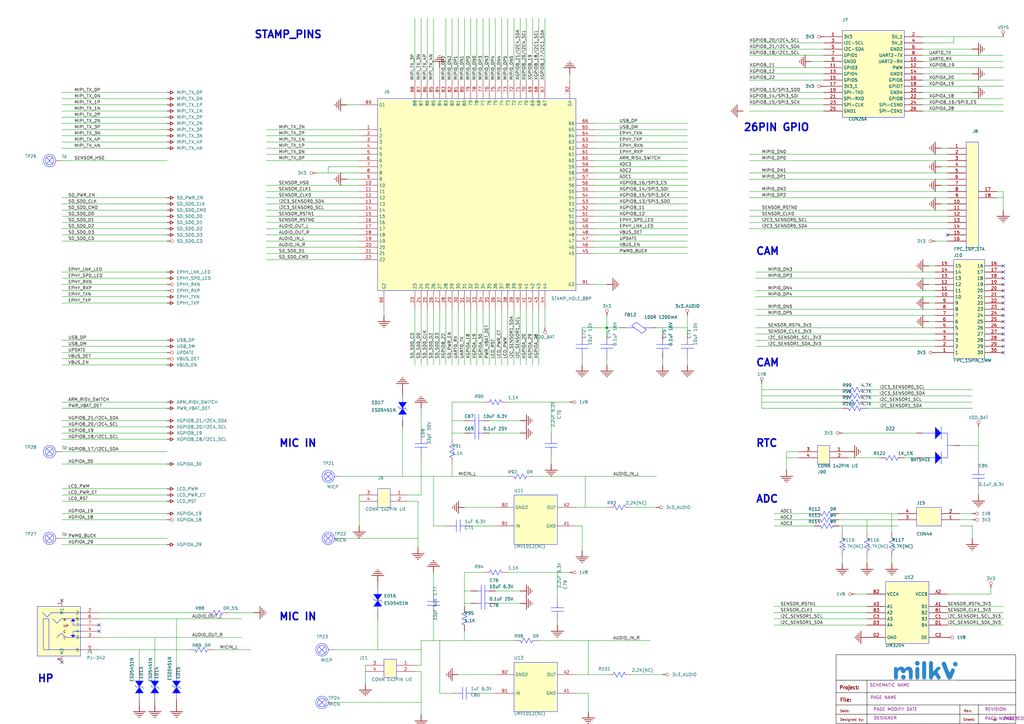
<source format=kicad_sch>
(kicad_sch (version 20250114) (generator "eeschema") (generator_version "9.0")
  (paper "User" 419.989 297.002)
  (title_block (rev "1.1"))
  (text "MIC IN" (at 114.3 254.8382 0) (effects (font (size 3.048 3.048) (thickness 0.6096) (bold yes)) (justify left bottom)))
  (text "MIC IN" (at 114.3 183.7182 0) (effects (font (size 3.048 3.048) (thickness 0.6096) (bold yes)) (justify left bottom)))
  (text "CAM" (at 309.88 104.9782 0) (effects (font (size 3.048 3.048) (thickness 0.6096) (bold yes)) (justify left bottom)))
  (text "CAM" (at 309.88 150.6982 0) (effects (font (size 3.048 3.048) (thickness 0.6096) (bold yes)) (justify left bottom)))
  (text "RTC" (at 309.88 183.7182 0) (effects (font (size 3.048 3.048) (thickness 0.6096) (bold yes)) (justify left bottom)))
  (text "HP" (at 15.24 280.2382 0) (effects (font (size 3.048 3.048) (thickness 0.6096) (bold yes)) (justify left bottom)))
  (text "26PIN GPIO" (at 304.8 54.1782 0) (effects (font (size 3.048 3.048) (thickness 0.6096) (bold yes)) (justify left bottom)))
  (text "STAMP_PINS" (at 104.14 16.0782 0) (effects (font (size 3.048 3.048) (thickness 0.6096) (bold yes)) (justify left bottom)))
  (text "ADC" (at 309.88 206.5782 0) (effects (font (size 3.048 3.048) (thickness 0.6096) (bold yes)) (justify left bottom)))
  (junction (at 248.92 134.4422))
  (no_connect (at 411.48 131.9022))
  (no_connect (at 411.48 139.5222))
  (no_connect (at 411.48 121.7422))
  (no_connect (at 388.62 96.3422))
  (no_connect (at 411.48 144.6022))
  (no_connect (at 40.64 256.3622))
  (no_connect (at 411.48 129.3622))
  (no_connect (at 411.48 136.9822))
  (no_connect (at 411.48 134.4422))
  (no_connect (at 411.48 111.5822))
  (no_connect (at 40.64 258.9022))
  (no_connect (at 411.48 109.0422))
  (no_connect (at 25.4 271.6022))
  (no_connect (at 411.48 124.2822))
  (no_connect (at 25.4 246.2022))
  (no_connect (at 411.48 142.0622))
  (no_connect (at 411.48 119.2022))
  (no_connect (at 411.48 114.1222))
  (no_connect (at 411.48 126.8222))
  (no_connect (at 411.48 116.6622))
  (wire (pts (xy 147.32 81.1022) (xy 109.22 81.1022)))
  (wire (pts (xy 281.94 103.9622) (xy 243.84 103.9622)))
  (wire (pts (xy 238.76 134.4422) (xy 238.76 136.9822)))
  (wire (pts (xy 147.32 78.5622) (xy 109.22 78.5622)))
  (wire (pts (xy 57.15 274.1422) (xy 57.15 266.5222)))
  (wire (pts (xy 312.42 164.9222) (xy 312.42 162.3822)))
  (wire (pts (xy 68.58 164.9222) (xy 25.4 164.9222)))
  (wire (pts (xy 185.42 195.4022) (xy 185.42 190.3222)))
  (wire (pts (xy 147.32 43.0022) (xy 142.24 43.0022)))
  (wire (pts (xy 165.1 195.4022) (xy 139.7 195.4022)))
  (wire (pts (xy 383.54 126.8222) (xy 309.88 126.8222)))
  (wire (pts (xy 337.82 37.9222) (xy 307.34 37.9222)))
  (wire (pts (xy 345.44 164.9222) (xy 312.42 164.9222)))
  (wire (pts (xy 312.42 157.3022) (xy 312.42 159.8422)))
  (wire (pts (xy 411.48 81.1022) (xy 408.94 81.1022)))
  (wire (pts (xy 68.58 43.0022) (xy 25.4 43.0022)))
  (wire (pts (xy 187.96 149.6822) (xy 187.96 126.8222)))
  (wire (pts (xy 172.72 32.8422) (xy 172.72 7.4422)))
  (wire (pts (xy 147.32 60.7822) (xy 109.22 60.7822)))
  (wire (pts (xy 388.62 93.8022) (xy 307.34 93.8022)))
  (wire (pts (xy 398.78 220.8022) (xy 398.78 215.7222)))
  (wire (pts (xy 401.32 182.7022) (xy 393.7 182.7022)))
  (wire (pts (xy 388.62 73.4822) (xy 307.34 73.4822)))
  (wire (pts (xy 68.58 116.6622) (xy 25.4 116.6622)))
  (wire (pts (xy 228.6 244.9322) (xy 228.6 234.7722)))
  (wire (pts (xy 185.42 180.1622) (xy 185.42 177.6222)))
  (wire (pts (xy 337.82 40.4622) (xy 307.34 40.4622)))
  (wire (pts (xy 238.76 215.7222) (xy 236.22 215.7222)))
  (wire (pts (xy 388.62 81.1022) (xy 307.34 81.1022)))
  (wire (pts (xy 147.32 106.5022) (xy 109.22 106.5022)))
  (wire (pts (xy 177.8 262.7122) (xy 177.8 252.5522)))
  (wire (pts (xy 337.82 32.8422) (xy 307.34 32.8422)))
  (wire (pts (xy 68.58 180.1622) (xy 25.4 180.1622)))
  (wire (pts (xy 68.58 149.6822) (xy 25.4 149.6822)))
  (wire (pts (xy 205.74 32.8422) (xy 205.74 7.4422)))
  (wire (pts (xy 236.22 208.1022) (xy 248.92 208.1022)))
  (wire (pts (xy 271.78 276.6822) (xy 259.08 276.6822)))
  (wire (pts (xy 223.52 32.8422) (xy 223.52 7.4422)))
  (wire (pts (xy 266.7 262.7122) (xy 241.3 262.7122)))
  (wire (pts (xy 383.54 121.7422) (xy 309.88 121.7422)))
  (wire (pts (xy 157.48 129.3622) (xy 157.48 126.8222)))
  (wire (pts (xy 226.06 190.3222) (xy 226.06 187.7822)))
  (wire (pts (xy 203.2 215.7222) (xy 193.04 215.7222)))
  (wire (pts (xy 355.6 253.8222) (xy 317.5 253.8222)))
  (wire (pts (xy 190.5 262.7122) (xy 190.5 258.9022)))
  (wire (pts (xy 68.58 139.5222) (xy 25.4 139.5222)))
  (wire (pts (xy 337.82 45.5422) (xy 307.34 45.5422)))
  (wire (pts (xy 360.68 187.7822) (xy 347.98 187.7822)))
  (wire (pts (xy 322.58 187.7822) (xy 322.58 185.2422)))
  (wire (pts (xy 68.58 142.0622) (xy 25.4 142.0622)))
  (wire (pts (xy 68.58 81.1022) (xy 25.4 81.1022)))
  (wire (pts (xy 398.78 30.3022) (xy 378.46 30.3022)))
  (wire (pts (xy 383.54 119.2022) (xy 309.88 119.2022)))
  (wire (pts (xy 210.82 32.8422) (xy 210.82 7.4422)))
  (wire (pts (xy 147.32 91.2622) (xy 109.22 91.2622)))
  (wire (pts (xy 388.62 65.8622) (xy 307.34 65.8622)))
  (wire (pts (xy 218.44 195.4022) (xy 269.24 195.4022)))
  (wire (pts (xy 383.54 129.3622) (xy 309.88 129.3622)))
  (wire (pts (xy 170.18 32.8422) (xy 170.18 7.4422)))
  (wire (pts (xy 68.58 119.2022) (xy 25.4 119.2022)))
  (wire (pts (xy 226.06 177.6222) (xy 226.06 164.9222)))
  (wire (pts (xy 147.32 98.8822) (xy 109.22 98.8822)))
  (wire (pts (xy 398.78 164.9222) (xy 355.6 164.9222)))
  (wire (pts (xy 68.58 177.6222) (xy 25.4 177.6222)))
  (wire (pts (xy 165.1 175.0822) (xy 165.1 195.4022)))
  (wire (pts (xy 337.82 22.6822) (xy 307.34 22.6822)))
  (wire (pts (xy 334.01 215.7222) (xy 317.5 215.7222)))
  (wire (pts (xy 198.12 32.8422) (xy 198.12 7.4422)))
  (wire (pts (xy 281.94 78.5622) (xy 243.84 78.5622)))
  (wire (pts (xy 171.45 205.5622) (xy 167.64 205.5622)))
  (wire (pts (xy 208.28 32.8422) (xy 208.28 7.4422)))
  (wire (pts (xy 193.04 247.4722) (xy 190.5 247.4722)))
  (wire (pts (xy 208.28 164.9222) (xy 233.68 164.9222)))
  (wire (pts (xy 411.48 25.2222) (xy 378.46 25.2222)))
  (wire (pts (xy 344.17 213.1822) (xy 368.3 213.1822)))
  (wire (pts (xy 388.62 76.0222) (xy 386.08 76.0222)))
  (wire (pts (xy 241.3 276.6822) (xy 236.22 276.6822)))
  (wire (pts (xy 401.32 190.3222) (xy 401.32 182.7022)))
  (wire (pts (xy 401.32 203.0222) (xy 401.32 200.4822)))
  (wire (pts (xy 147.32 83.6422) (xy 109.22 83.6422)))
  (wire (pts (xy 398.78 167.4622) (xy 355.6 167.4622)))
  (wire (pts (xy 218.44 32.8422) (xy 218.44 7.4422)))
  (wire (pts (xy 241.3 291.9222) (xy 241.3 284.3022)))
  (wire (pts (xy 281.94 63.3222) (xy 243.84 63.3222)))
  (wire (pts (xy 203.2 208.1022) (xy 190.5 208.1022)))
  (wire (pts (xy 281.94 149.6822) (xy 281.94 147.1422)))
  (wire (pts (xy 68.58 98.8822) (xy 25.4 98.8822)))
  (wire (pts (xy 193.04 149.6822) (xy 193.04 126.8222)))
  (wire (pts (xy 172.72 293.1922) (xy 172.72 275.4122)))
  (wire (pts (xy 281.94 96.3422) (xy 243.84 96.3422)))
  (wire (pts (xy 355.6 218.2622) (xy 355.6 213.1822)))
  (wire (pts (xy 185.42 284.3022) (xy 180.34 284.3022)))
  (wire (pts (xy 171.45 220.8022) (xy 139.7 220.8022)))
  (wire (pts (xy 213.36 149.6822) (xy 213.36 126.8222)))
  (wire (pts (xy 337.82 43.0022) (xy 307.34 43.0022)))
  (wire (pts (xy 337.82 17.6022) (xy 307.34 17.6022)))
  (wire (pts (xy 220.98 149.6822) (xy 220.98 126.8222)))
  (wire (pts (xy 177.8 215.7222) (xy 177.8 195.4022)))
  (wire (pts (xy 383.54 136.9822) (xy 309.88 136.9822)))
  (wire (pts (xy 281.94 58.2422) (xy 243.84 58.2422)))
  (wire (pts (xy 411.48 86.1822) (xy 411.48 78.5622)))
  (wire (pts (xy 411.48 251.2822) (xy 388.62 251.2822)))
  (wire (pts (xy 337.82 27.7622) (xy 307.34 27.7622)))
  (wire (pts (xy 185.42 172.5422) (xy 190.5 172.5422)))
  (wire (pts (xy 345.44 230.9622) (xy 345.44 228.4222)))
  (wire (pts (xy 401.32 175.0822) (xy 401.32 182.7022)))
  (wire (pts (xy 185.42 149.6822) (xy 185.42 126.8222)))
  (wire (pts (xy 68.58 147.1422) (xy 25.4 147.1422)))
  (wire (pts (xy 40.64 261.4422) (xy 99.06 261.4422)))
  (wire (pts (xy 355.6 251.2822) (xy 317.5 251.2822)))
  (wire (pts (xy 383.54 116.6622) (xy 381 116.6622)))
  (wire (pts (xy 182.88 215.7222) (xy 177.8 215.7222)))
  (wire (pts (xy 182.88 32.8422) (xy 182.88 7.4422)))
  (wire (pts (xy 68.58 65.8622) (xy 25.4 65.8622)))
  (wire (pts (xy 388.62 60.7822) (xy 386.08 60.7822)))
  (wire (pts (xy 68.58 53.1622) (xy 25.4 53.1622)))
  (wire (pts (xy 281.94 98.8822) (xy 243.84 98.8822)))
  (wire (pts (xy 200.66 149.6822) (xy 200.66 126.8222)))
  (wire (pts (xy 68.58 172.5422) (xy 25.4 172.5422)))
  (wire (pts (xy 254 134.4422) (xy 248.92 134.4422)))
  (wire (pts (xy 337.82 25.2222) (xy 332.74 25.2222)))
  (wire (pts (xy 383.54 139.5222) (xy 309.88 139.5222)))
  (wire (pts (xy 180.34 32.8422) (xy 180.34 27.7622)))
  (wire (pts (xy 68.58 86.1822) (xy 25.4 86.1822)))
  (wire (pts (xy 391.16 17.6022) (xy 378.46 17.6022)))
  (wire (pts (xy 388.62 88.7222) (xy 307.34 88.7222)))
  (wire (pts (xy 68.58 45.5422) (xy 25.4 45.5422)))
  (wire (pts (xy 213.36 247.4722) (xy 203.2 247.4722)))
  (wire (pts (xy 172.72 149.6822) (xy 172.72 126.8222)))
  (wire (pts (xy 198.12 149.6822) (xy 198.12 126.8222)))
  (wire (pts (xy 269.24 134.4422) (xy 281.94 134.4422)))
  (wire (pts (xy 398.78 215.7222) (xy 393.7 215.7222)))
  (wire (pts (xy 177.8 242.3922) (xy 177.8 234.7722)))
  (wire (pts (xy 220.98 32.8422) (xy 220.98 7.4422)))
  (wire (pts (xy 147.32 96.3422) (xy 109.22 96.3422)))
  (wire (pts (xy 334.01 213.1822) (xy 317.5 213.1822)))
  (wire (pts (xy 327.66 187.7822) (xy 322.58 187.7822)))
  (wire (pts (xy 68.58 200.4822) (xy 25.4 200.4822)))
  (wire (pts (xy 190.5 247.4722) (xy 190.5 242.3922)))
  (wire (pts (xy 383.54 134.4422) (xy 309.88 134.4422)))
  (wire (pts (xy 411.48 32.8422) (xy 378.46 32.8422)))
  (wire (pts (xy 68.58 220.8022) (xy 25.4 220.8022)))
  (wire (pts (xy 203.2 149.6822) (xy 203.2 126.8222)))
  (wire (pts (xy 238.76 149.6822) (xy 238.76 147.1422)))
  (wire (pts (xy 383.54 131.9022) (xy 381 131.9022)))
  (wire (pts (xy 388.62 68.4022) (xy 386.08 68.4022)))
  (wire (pts (xy 147.32 76.0222) (xy 109.22 76.0222)))
  (wire (pts (xy 241.3 284.3022) (xy 236.22 284.3022)))
  (wire (pts (xy 170.18 272.8722) (xy 172.72 272.8722)))
  (wire (pts (xy 281.94 81.1022) (xy 243.84 81.1022)))
  (wire (pts (xy 185.42 164.9222) (xy 185.42 172.5422)))
  (wire (pts (xy 147.32 58.2422) (xy 109.22 58.2422)))
  (wire (pts (xy 172.72 195.4022) (xy 165.1 195.4022)))
  (wire (pts (xy 203.2 284.3022) (xy 195.58 284.3022)))
  (wire (pts (xy 68.58 205.5622) (xy 25.4 205.5622)))
  (wire (pts (xy 147.32 73.4822) (xy 142.24 73.4822)))
  (wire (pts (xy 375.92 187.7822) (xy 370.84 187.7822)))
  (wire (pts (xy 175.26 126.8222) (xy 175.26 149.6822)))
  (wire (pts (xy 190.5 247.4722) (xy 190.5 248.7422)))
  (wire (pts (xy 147.32 103.9622) (xy 109.22 103.9622)))
  (wire (pts (xy 334.01 210.6422) (xy 317.5 210.6422)))
  (wire (pts (xy 383.54 111.5822) (xy 309.88 111.5822)))
  (wire (pts (xy 312.42 162.3822) (xy 312.42 159.8422)))
  (wire (pts (xy 248.92 134.4422) (xy 248.92 129.3622)))
  (wire (pts (xy 68.58 91.2622) (xy 25.4 91.2622)))
  (wire (pts (xy 388.62 98.8822) (xy 383.54 98.8822)))
  (wire (pts (xy 190.5 149.6822) (xy 190.5 126.8222)))
  (wire (pts (xy 344.17 210.6422) (xy 368.3 210.6422)))
  (wire (pts (xy 182.88 126.8222) (xy 182.88 149.6822)))
  (wire (pts (xy 205.74 149.6822) (xy 205.74 126.8222)))
  (wire (pts (xy 218.44 149.6822) (xy 218.44 126.8222)))
  (wire (pts (xy 406.4 241.1222) (xy 406.4 243.6622)))
  (wire (pts (xy 208.28 149.6822) (xy 208.28 126.8222)))
  (wire (pts (xy 68.58 83.6422) (xy 25.4 83.6422)))
  (wire (pts (xy 68.58 111.5822) (xy 25.4 111.5822)))
  (wire (pts (xy 68.58 114.1222) (xy 25.4 114.1222)))
  (wire (pts (xy 215.9 32.8422) (xy 215.9 7.4422)))
  (wire (pts (xy 147.32 55.7022) (xy 109.22 55.7022)))
  (wire (pts (xy 345.44 218.2622) (xy 345.44 215.7222)))
  (wire (pts (xy 170.18 149.6822) (xy 170.18 126.8222)))
  (wire (pts (xy 398.78 159.8422) (xy 355.6 159.8422)))
  (wire (pts (xy 228.6 256.3622) (xy 228.6 255.0922)))
  (wire (pts (xy 68.58 55.7022) (xy 25.4 55.7022)))
  (wire (pts (xy 68.58 210.6422) (xy 25.4 210.6422)))
  (wire (pts (xy 203.2 32.8422) (xy 203.2 7.4422)))
  (wire (pts (xy 63.5 274.1422) (xy 63.5 261.4422)))
  (wire (pts (xy 40.64 266.5222) (xy 77.47 266.5222)))
  (wire (pts (xy 180.34 149.6822) (xy 180.34 126.8222)))
  (wire (pts (xy 190.5 32.8422) (xy 190.5 7.4422)))
  (wire (pts (xy 147.32 101.4222) (xy 109.22 101.4222)))
  (wire (pts (xy 240.03 208.1022) (xy 240.03 195.4022)))
  (wire (pts (xy 271.78 136.9822) (xy 271.78 134.4422)))
  (wire (pts (xy 281.94 50.6222) (xy 243.84 50.6222)))
  (wire (pts (xy 411.48 253.8222) (xy 388.62 253.8222)))
  (wire (pts (xy 388.62 83.6422) (xy 386.08 83.6422)))
  (wire (pts (xy 167.64 203.0222) (xy 172.72 203.0222)))
  (wire (pts (xy 378.46 15.0622) (xy 411.48 15.0622)))
  (wire (pts (xy 411.48 35.3822) (xy 378.46 35.3822)))
  (wire (pts (xy 172.72 203.0222) (xy 172.72 195.4022)))
  (wire (pts (xy 344.17 215.7222) (xy 368.3 215.7222)))
  (wire (pts (xy 147.32 63.3222) (xy 109.22 63.3222)))
  (wire (pts (xy 281.94 60.7822) (xy 243.84 60.7822)))
  (wire (pts (xy 248.92 116.6622) (xy 243.84 116.6622)))
  (wire (pts (xy 171.45 224.6122) (xy 171.45 205.5622)))
  (wire (pts (xy 68.58 144.6022) (xy 25.4 144.6022)))
  (wire (pts (xy 355.6 256.3622) (xy 317.5 256.3622)))
  (wire (pts (xy 281.94 55.7022) (xy 243.84 55.7022)))
  (wire (pts (xy 398.78 213.1822) (xy 393.7 213.1822)))
  (wire (pts (xy 213.36 32.8422) (xy 213.36 7.4422)))
  (wire (pts (xy 248.92 276.6822) (xy 241.3 276.6822)))
  (wire (pts (xy 322.58 185.2422) (xy 327.66 185.2422)))
  (wire (pts (xy 198.12 164.9222) (xy 185.42 164.9222)))
  (wire (pts (xy 411.48 43.0022) (xy 378.46 43.0022)))
  (wire (pts (xy 375.92 177.6222) (xy 345.44 177.6222)))
  (wire (pts (xy 337.82 30.3022) (xy 307.34 30.3022)))
  (wire (pts (xy 388.62 91.2622) (xy 307.34 91.2622)))
  (wire (pts (xy 177.8 32.8422) (xy 177.8 7.4422)))
  (wire (pts (xy 365.76 230.9622) (xy 365.76 228.4222)))
  (wire (pts (xy 411.48 40.4622) (xy 378.46 40.4622)))
  (wire (pts (xy 68.58 37.9222) (xy 25.4 37.9222)))
  (wire (pts (xy 223.52 134.4422) (xy 223.52 126.8222)))
  (wire (pts (xy 213.36 172.5422) (xy 200.66 172.5422)))
  (wire (pts (xy 281.94 65.8622) (xy 243.84 65.8622)))
  (wire (pts (xy 281.94 68.4022) (xy 243.84 68.4022)))
  (wire (pts (xy 193.04 242.3922) (xy 190.5 242.3922)))
  (wire (pts (xy 83.82 251.2822) (xy 40.64 251.2822)))
  (wire (pts (xy 129.54 70.9422) (xy 147.32 70.9422)))
  (wire (pts (xy 102.87 266.5222) (xy 87.63 266.5222)))
  (wire (pts (xy 383.54 109.0422) (xy 381 109.0422)))
  (wire (pts (xy 208.28 234.7722) (xy 233.68 234.7722)))
  (wire (pts (xy 68.58 48.0822) (xy 25.4 48.0822)))
  (wire (pts (xy 388.62 63.3222) (xy 307.34 63.3222)))
  (wire (pts (xy 281.94 53.1622) (xy 243.84 53.1622)))
  (wire (pts (xy 190.5 234.7722) (xy 198.12 234.7722)))
  (wire (pts (xy 355.6 248.7422) (xy 317.5 248.7422)))
  (wire (pts (xy 269.24 208.1022) (xy 259.08 208.1022)))
  (wire (pts (xy 271.78 149.6822) (xy 271.78 147.1422)))
  (wire (pts (xy 147.32 93.8022) (xy 109.22 93.8022)))
  (wire (pts (xy 68.58 88.7222) (xy 25.4 88.7222)))
  (wire (pts (xy 281.94 136.9822) (xy 281.94 129.3622)))
  (wire (pts (xy 190.5 242.3922) (xy 190.5 234.7722)))
  (wire (pts (xy 177.8 195.4022) (xy 208.28 195.4022)))
  (wire (pts (xy 281.94 70.9422) (xy 243.84 70.9422)))
  (wire (pts (xy 241.3 262.7122) (xy 220.98 262.7122)))
  (wire (pts (xy 345.44 167.4622) (xy 312.42 167.4622)))
  (wire (pts (xy 281.94 86.1822) (xy 243.84 86.1822)))
  (wire (pts (xy 281.94 93.8022) (xy 243.84 93.8022)))
  (wire (pts (xy 398.78 162.3822) (xy 355.6 162.3822)))
  (wire (pts (xy 337.82 20.1422) (xy 307.34 20.1422)))
  (wire (pts (xy 177.8 149.6822) (xy 177.8 126.8222)))
  (wire (pts (xy 185.42 177.6222) (xy 185.42 172.5422)))
  (wire (pts (xy 210.82 149.6822) (xy 210.82 126.8222)))
  (wire (pts (xy 238.76 225.8822) (xy 238.76 215.7222)))
  (wire (pts (xy 68.58 203.0222) (xy 25.4 203.0222)))
  (wire (pts (xy 391.16 15.0622) (xy 391.16 17.6022)))
  (wire (pts (xy 281.94 73.4822) (xy 243.84 73.4822)))
  (wire (pts (xy 68.58 93.8022) (xy 25.4 93.8022)))
  (wire (pts (xy 68.58 60.7822) (xy 25.4 60.7822)))
  (wire (pts (xy 241.3 276.6822) (xy 241.3 262.7122)))
  (wire (pts (xy 68.58 50.6222) (xy 25.4 50.6222)))
  (wire (pts (xy 147.32 65.8622) (xy 109.22 65.8622)))
  (wire (pts (xy 137.16 266.5222) (xy 154.94 266.5222)))
  (wire (pts (xy 68.58 124.2822) (xy 25.4 124.2822)))
  (wire (pts (xy 134.62 70.9422) (xy 134.62 68.4022)))
  (wire (pts (xy 147.32 53.1622) (xy 109.22 53.1622)))
  (wire (pts (xy 68.58 167.4622) (xy 25.4 167.4622)))
  (wire (pts (xy 406.4 243.6622) (xy 388.62 243.6622)))
  (wire (pts (xy 68.58 121.7422) (xy 25.4 121.7422)))
  (wire (pts (xy 68.58 58.2422) (xy 25.4 58.2422)))
  (wire (pts (xy 383.54 142.0622) (xy 309.88 142.0622)))
  (wire (pts (xy 193.04 32.8422) (xy 193.04 7.4422)))
  (wire (pts (xy 248.92 149.6822) (xy 248.92 147.1422)))
  (wire (pts (xy 411.48 248.7422) (xy 388.62 248.7422)))
  (wire (pts (xy 398.78 210.6422) (xy 393.7 210.6422)))
  (wire (pts (xy 172.72 177.6222) (xy 172.72 167.4622)))
  (wire (pts (xy 411.48 22.6822) (xy 378.46 22.6822)))
  (wire (pts (xy 203.2 276.6822) (xy 187.96 276.6822)))
  (wire (pts (xy 411.48 256.3622) (xy 388.62 256.3622)))
  (wire (pts (xy 281.94 88.7222) (xy 243.84 88.7222)))
  (wire (pts (xy 411.48 45.5422) (xy 378.46 45.5422)))
  (wire (pts (xy 154.94 266.5222) (xy 172.72 266.5222)))
  (wire (pts (xy 147.32 88.7222) (xy 109.22 88.7222)))
  (wire (pts (xy 154.94 266.5222) (xy 154.94 253.8222)))
  (wire (pts (xy 172.72 272.8722) (xy 172.72 266.5222)))
  (wire (pts (xy 72.39 274.1422) (xy 72.39 253.8222)))
  (wire (pts (xy 195.58 149.6822) (xy 195.58 126.8222)))
  (wire (pts (xy 185.42 32.8422) (xy 185.42 7.4422)))
  (wire (pts (xy 345.44 162.3822) (xy 312.42 162.3822)))
  (wire (pts (xy 172.72 288.1122) (xy 137.16 288.1122)))
  (wire (pts (xy 383.54 114.1222) (xy 309.88 114.1222)))
  (wire (pts (xy 248.92 134.4422) (xy 238.76 134.4422)))
  (wire (pts (xy 388.62 86.1822) (xy 307.34 86.1822)))
  (wire (pts (xy 68.58 213.1822) (xy 25.4 213.1822)))
  (wire (pts (xy 355.6 243.6622) (xy 350.52 243.6622)))
  (wire (pts (xy 383.54 124.2822) (xy 381 124.2822)))
  (wire (pts (xy 104.14 251.2822) (xy 93.98 251.2822)))
  (wire (pts (xy 68.58 175.0822) (xy 25.4 175.0822)))
  (wire (pts (xy 147.32 215.7222) (xy 147.32 203.0222)))
  (wire (pts (xy 248.92 136.9822) (xy 248.92 134.4422)))
  (wire (pts (xy 180.34 262.7122) (xy 210.82 262.7122)))
  (wire (pts (xy 281.94 76.0222) (xy 243.84 76.0222)))
  (wire (pts (xy 68.58 40.4622) (xy 25.4 40.4622)))
  (wire (pts (xy 134.62 68.4022) (xy 147.32 68.4022)))
  (wire (pts (xy 398.78 37.9222) (xy 378.46 37.9222)))
  (wire (pts (xy 40.64 253.8222) (xy 99.06 253.8222)))
  (wire (pts (xy 68.58 190.3222) (xy 25.4 190.3222)))
  (wire (pts (xy 411.48 78.5622) (xy 408.94 78.5622)))
  (wire (pts (xy 172.72 266.5222) (xy 172.72 262.7122)))
  (wire (pts (xy 312.42 167.4622) (xy 312.42 164.9222)))
  (wire (pts (xy 185.42 177.6222) (xy 190.5 177.6222)))
  (wire (pts (xy 68.58 96.3422) (xy 25.4 96.3422)))
  (wire (pts (xy 388.62 78.5622) (xy 307.34 78.5622)))
  (wire (pts (xy 281.94 101.4222) (xy 243.84 101.4222)))
  (wire (pts (xy 149.86 280.4922) (xy 149.86 272.8722)))
  (wire (pts (xy 200.66 32.8422) (xy 200.66 7.4422)))
  (wire (pts (xy 172.72 262.7122) (xy 180.34 262.7122)))
  (wire (pts (xy 355.6 230.9622) (xy 355.6 228.4222)))
  (wire (pts (xy 172.72 187.7822) (xy 172.72 195.4022)))
  (wire (pts (xy 213.36 242.3922) (xy 203.2 242.3922)))
  (wire (pts (xy 322.58 192.8622) (xy 322.58 187.7822)))
  (wire (pts (xy 180.34 284.3022) (xy 180.34 262.7122)))
  (wire (pts (xy 195.58 32.8422) (xy 195.58 7.4422)))
  (wire (pts (xy 68.58 223.3422) (xy 25.4 223.3422)))
  (wire (pts (xy 281.94 83.6422) (xy 243.84 83.6422)))
  (wire (pts (xy 365.76 218.2622) (xy 365.76 210.6422)))
  (wire (pts (xy 411.48 27.7622) (xy 378.46 27.7622)))
  (wire (pts (xy 233.68 32.8422) (xy 233.68 30.3022)))
  (wire (pts (xy 172.72 275.4122) (xy 170.18 275.4122)))
  (wire (pts (xy 187.96 32.8422) (xy 187.96 7.4422)))
  (wire (pts (xy 398.78 20.1422) (xy 378.46 20.1422)))
  (wire (pts (xy 281.94 91.2622) (xy 243.84 91.2622)))
  (wire (pts (xy 175.26 32.8422) (xy 175.26 7.4422)))
  (wire (pts (xy 312.42 159.8422) (xy 345.44 159.8422)))
  (wire (pts (xy 213.36 177.6222) (xy 200.66 177.6222)))
  (wire (pts (xy 215.9 126.8222) (xy 215.9 149.6822)))
  (wire (pts (xy 147.32 86.1822) (xy 109.22 86.1822)))
  (wire (pts (xy 68.58 185.2422) (xy 25.4 185.2422)))
  (wire (pts (xy 172.72 195.4022) (xy 177.8 195.4022)))
  (wire (pts (xy 388.62 70.9422) (xy 307.34 70.9422)))
  (image (at 379.73 274.9042) (scale 0.289394))
  (label "ADC3" (at 320.04 215.7222 0))
  (label "LCD_PWM" (at 27.94 200.4822 0))
  (label "AUDIO_OUT_R" (at 78.74 261.4422 0))
  (label "SENSOR_CLK1_3V3" (at 314.96 136.9822 0))
  (label "I2C_SENSOR1_SDA_3V3" (at 388.62 256.3622 0))
  (label "XGPIOB_16/SPI3_CS" (at 381 43.0022 0))
  (label "MIPI0_DN2" (at 185.42 32.8422 90))
  (label "MIPI_TX_2N" (at 30.48 50.6222 0))
  (label "SENSOR_RSTN_3V3" (at 314.96 134.4422 0))
  (label "SD_SD0_D0" (at 27.94 88.7222 0))
  (label "UART0_RX" (at 381 25.2222 0))
  (label "LCD_PWM" (at 208.28 147.1422 90))
  (label "AUDIO_IN_L" (at 114.3 98.8822 0))
  (label "XGPIOB_21/I2C4_SDA" (at 213.36 32.8422 90))
  (label "SENSOR_RSTN1" (at 114.3 88.7222 0))
  (label "SD_SD0_CD" (at 170.18 147.1422 90))
  (label "EPHY_RXN" (at 27.94 116.6622 0))
  (label "AUDIO_IN_L" (at 251.46 195.4022 0))
  (label "MIPI_TX_3P" (at 30.48 53.1622 0))
  (label "MIPI_TX_0N" (at 30.48 40.4622 0))
  (label "XGPIOA_29" (at 27.94 223.3422 0))
  (label "XGPIOB_14/SPI3_SDI" (at 307.34 40.4622 0))
  (label "LCD_RST" (at 203.2 147.1422 90))
  (label "XGPIOB_13/SPI3_SDO" (at 254 83.6422 0))
  (label "I2C_SENSOR1_SDA" (at 360.68 167.4622 0))
  (label "EPHY_SPD_LED" (at 27.94 114.1222 0))
  (label "XGPIOB_12" (at 254 88.7222 0))
  (label "MIPI0_DP2" (at 312.42 81.1022 0))
  (label "MIPI0_DP4" (at 203.2 32.8422 90))
  (label "USB_DM" (at 254 53.1622 0))
  (label "XGPIOB_18/I2C1_SCL" (at 220.98 32.8422 90))
  (label "VBUS_DET" (at 254 96.3422 0))
  (label "SD_SD0_D3" (at 27.94 96.3422 0))
  (label "MIPI_TX_4N" (at 177.8 32.8422 90))
  (label "MIPI0_DN1" (at 190.5 32.8422 90))
  (label "XGPIOA_18" (at 193.04 147.1422 90))
  (label "SD_SD0_D0" (at 172.72 147.1422 90))
  (label "XGPIOB_17/I2C1_SDA" (at 27.94 185.2422 0))
  (label "MIPI0_DN0" (at 195.58 32.8422 90))
  (label "SENSOR_CLK1" (at 114.3 78.5622 0))
  (label "XGPIOB_19" (at 218.44 32.8422 90))
  (label "I2C_SENSOR1_SCL" (at 320.04 253.8222 0))
  (label "XGPIOB_18/I2C1_SCL" (at 27.94 180.1622 0))
  (label "MIPI0_DN5" (at 314.96 126.8222 0))
  (label "AUDIO_IN_R" (at 251.46 262.7122 0))
  (label "XGPIOA_30" (at 198.12 147.1422 90))
  (label "I2C3_SENSOR0_SCL" (at 360.68 159.8422 0))
  (label "SD_SD0_CMD" (at 114.3 106.5022 0))
  (label "MIPI0_DP4" (at 314.96 121.7422 0))
  (label "XGPIOB_19" (at 27.94 177.6222 0))
  (label "SENSOR_CLK0" (at 312.42 88.7222 0))
  (label "MIPI0_DP5" (at 208.28 32.8422 90))
  (label "MIPI_TX_3P" (at 170.18 32.8422 90))
  (label "XGPIOB_13/SPI3_SDO" (at 307.34 37.9222 0))
  (label "EPHY_RXP" (at 254 63.3222 0))
  (label "I2C_SENSOR1_SDA_3V3" (at 314.96 142.0622 0))
  (label "SENSOR_CLK0" (at 114.3 81.1022 0))
  (label "SD_SD0_D1" (at 114.3 103.9622 0))
  (label "MIPI_TX_0P" (at 114.3 65.8622 0))
  (label "XGPIOA_30" (at 27.94 190.3222 0))
  (label "I2C3_SENSOR0_SCL" (at 114.3 86.1822 0))
  (label "XGPIOA_28" (at 220.98 147.1422 90))
  (label "MIPI_TX_0P" (at 30.48 37.9222 0))
  (label "PWM0_BUCK" (at 27.94 220.8022 0))
  (label "XGPIOB_21/I2C4_SDA" (at 307.34 20.1422 0))
  (label "MIPI0_DP5" (at 314.96 129.3622 0))
  (label "MIPI0_DN1" (at 312.42 70.9422 0))
  (label "XGPIOA_29" (at 218.44 147.1422 90))
  (label "SENSOR_CLK1_3V3" (at 388.62 251.2822 0))
  (label "SD_SD0_D3" (at 180.34 147.1422 90))
  (label "XGPIOA_18" (at 27.94 213.1822 0))
  (label "AUDIO_IN_R" (at 114.3 101.4222 0))
  (label "I2C3_SENSOR0_SDA" (at 114.3 83.6422 0))
  (label "EPHY_LNK_LED" (at 27.94 111.5822 0))
  (label "I2C_SENSOR1_SCL" (at 360.68 164.9222 0))
  (label "MIPI_TX_2P" (at 30.48 48.0822 0))
  (label "EPHY_LNK_LED" (at 254 93.8022 0))
  (label "EPHY_RXP" (at 27.94 119.2022 0))
  (label "I2C_SENSOR1_SDA" (at 210.82 147.1422 90))
  (label "PWR_VBAT_DET" (at 200.66 147.1422 90))
  (label "SD_SD0_D1" (at 27.94 91.2622 0))
  (label "MIPI0_DN0" (at 312.42 63.3222 0))
  (label "SD_PWR_EN" (at 185.42 147.1422 90))
  (label "MIPI_TX_4N" (at 30.48 60.7822 0))
  (label "MIPI_TX_0N" (at 114.3 63.3222 0))
  (label "I2C_SENSOR1_SCL_3V3" (at 314.96 139.5222 0))
  (label "MIPI0_DN4" (at 314.96 119.2022 0))
  (label "ARM_RISV_SWITCH" (at 27.94 164.9222 0))
  (label "XGPIOA_18" (at 381 40.4622 0))
  (label "MIPI_TX_3N" (at 30.48 55.7022 0))
  (label "XGPIOB_14/SPI3_SDI" (at 254 78.5622 0))
  (label "MIPI_TX_2P" (at 114.3 55.7022 0))
  (label "MIPI_TX_2N" (at 114.3 53.1622 0))
  (label "XGPIOA_19" (at 27.94 210.6422 0))
  (label "LCD_PWR_CT" (at 205.74 147.1422 90))
  (label "XGPIOA_28" (at 381 45.5422 0))
  (label "VBUS_EN" (at 27.94 149.6822 0))
  (label "XGPIOB_11" (at 254 86.1822 0))
  (label "SD_SD0_CD" (at 27.94 98.8822 0))
  (label "MIPI0_DP0" (at 312.42 65.8622 0))
  (label "XGPIOB_11" (at 307.34 27.7622 0))
  (label "USB_DP" (at 27.94 139.5222 0))
  (label "SENSOR_HS0" (at 30.48 65.8622 0))
  (label "ADC2" (at 320.04 213.1822 0))
  (label "SENSOR_RSTN0" (at 312.42 86.1822 0))
  (label "VBUS_DET" (at 27.94 147.1422 0))
  (label "MIPI0_DP2" (at 182.88 32.8422 90))
  (label "UART0_RX" (at 187.96 147.1422 90))
  (label "USB_DM" (at 27.94 142.0622 0))
  (label "SD_SD0_CMD" (at 27.94 86.1822 0))
  (label "MIPI_TX_1N" (at 114.3 58.2422 0))
  (label "LCD_RST" (at 27.94 205.5622 0))
  (label "SENSOR_HS0" (at 114.3 76.0222 0))
  (label "AUDIO_OUT_R" (at 114.3 96.3422 0))
  (label "USB_DP" (at 254 50.6222 0))
  (label "XGPIOB_17/I2C1_SDA" (at 223.52 32.8422 90))
  (label "SENSOR_RSTN_3V3" (at 388.62 248.7422 0))
  (label "XGPIOB_16/SPI3_CS" (at 254 76.0222 0))
  (label "AUDIO_OUT_L" (at 78.74 253.8222 0))
  (label "UPDATE" (at 254 98.8822 0))
  (label "MIPI_TX_1P" (at 114.3 60.7822 0))
  (label "MIPI0_DP1" (at 312.42 73.4822 0))
  (label "XGPIOB_18/I2C1_SCL" (at 307.34 22.6822 0))
  (label "UART0_TX" (at 381 22.6822 0))
  (label "MIPI0_DN3" (at 314.96 111.5822 0))
  (label "I2C_SENSOR1_SCL" (at 213.36 147.1422 90))
  (label "VBUS_EN" (at 254 101.4222 0))
  (label "XGPIOA_20" (at 381 32.8422 0))
  (label "I2C3_SENSOR0_SDA" (at 360.68 162.3822 0))
  (label "EPHY_TXP" (at 254 58.2422 0))
  (label "XGPIOA_19" (at 195.58 147.1422 90))
  (label "XGPIOB_19" (at 381 27.7622 0))
  (label "XGPIOB_12" (at 307.34 30.3022 0))
  (label "MIPI0_DN3" (at 200.66 32.8422 90))
  (label "EPHY_SPD_LED" (at 254 91.2622 0))
  (label "EPHY_TXN" (at 254 55.7022 0))
  (label "XGPIOB_21/I2C4_SDA" (at 27.94 172.5422 0))
  (label "SD_SD0_D2" (at 177.8 147.1422 90))
  (label "MIPI0_DP1" (at 187.96 32.8422 90))
  (label "MIPI_TX_1N" (at 30.48 45.5422 0))
  (label "MIPI0_DN5" (at 210.82 32.8422 90))
  (label "I2C3_SENSOR0_SCL" (at 312.42 91.2622 0))
  (label "SD_SD0_CLK" (at 175.26 147.1422 90))
  (label "ADC1" (at 254 73.4822 0))
  (label "UPDATE" (at 27.94 144.6022 0))
  (label "MIPI0_DP3" (at 198.12 32.8422 90))
  (label "SD_SD0_CLK" (at 27.94 83.6422 0))
  (label "ADC2" (at 254 70.9422 0))
  (label "ADC3" (at 254 68.4022 0))
  (label "UART0_TX" (at 190.5 147.1422 90))
  (label "MIPI0_DP0" (at 193.04 32.8422 90))
  (label "I2C_SENSOR1_SCL_3V3" (at 388.62 253.8222 0))
  (label "XGPIOB_15/SPI3_SCK" (at 307.34 43.0022 0))
  (label "PWR_VBAT_DET" (at 27.94 167.4622 0))
  (label "EPHY_TXN" (at 27.94 121.7422 0))
  (label "EPHY_TXP" (at 27.94 124.2822 0))
  (label "I2C3_SENSOR0_SDA" (at 312.42 93.8022 0))
  (label "ADC1" (at 320.04 210.6422 0))
  (label "MIPI_TX_1P" (at 30.48 43.0022 0))
  (label "LCD_PWR_CT" (at 27.94 203.0222 0))
  (label "MICIN_L" (at 90.17 266.5222 0))
  (label "EPHY_RXN" (at 254 60.7822 0))
  (label "XGPIOB_20/I2C4_SCL" (at 307.34 17.6022 0))
  (label "XGPIOB_22" (at 307.34 32.8422 0))
  (label "MICIN_L" (at 187.96 195.4022 0))
  (label "AUDIO_OUT_L" (at 114.3 93.8022 0))
  (label "SD_PWR_EN" (at 27.94 81.1022 0))
  (label "XGPIOB_20/I2C4_SCL" (at 27.94 175.0822 0))
  (label "XGPIOB_20/I2C4_SCL" (at 215.9 32.8422 90))
  (label "PWM0_BUCK" (at 254 103.9622 0))
  (label "MIPI0_DN2" (at 312.42 78.5622 0))
  (label "SD_SD0_D2" (at 27.94 93.8022 0))
  (label "I2C_SENSOR1_SDA" (at 320.04 256.3622 0))
  (label "MIPI0_DP3" (at 314.96 114.1222 0))
  (label "XGPIOB_15/SPI3_SCK" (at 254 81.1022 0))
  (label "XGPIOA_20" (at 215.9 147.1422 90))
  (label "SENSOR_CLK1" (at 320.04 251.2822 0))
  (label "XGPIOA_19" (at 381 35.3822 0))
  (label "MIPI_TX_4P" (at 30.48 58.2422 0))
  (label "SENSOR_RSTN1" (at 320.04 248.7422 0))
  (label "ARM_RISV_SWITCH" (at 254 65.8622 0))
  (label "MIPI0_DN4" (at 205.74 32.8422 90))
  (label "MIPI_TX_4P" (at 175.26 32.8422 90))
  (label "XGPIOB_22" (at 182.88 147.1422 90))
  (label "MIPI_TX_3N" (at 172.72 32.8422 90))
  (label "SENSOR_RSTN0" (at 114.3 91.2622 0))
  (symbol (lib_id "Extra-altium-import:root_1_C_*") (at 195.58 250.0122 0) (unit 0)
    (property "Reference" "C78" (at 200.66 247.4722 0) (effects (justify left top)))
    (property "Value" "0.1uF 25V" (at 200.66 244.9322 0) (effects (justify left top)))
    (property "Footprint" "C0402" (effects (hide yes)))
    (property "Description" "ÌùÆ¬ ÌÕ´ÉµçÈÝ 0402 X5R 100nF ¡À10% 25V" (effects (hide yes)))
    (property "PINSWAP" "(A,B)" (effects (hide yes)))
    (property "LEVEL" "STD" (effects (hide yes)))
    (property "PKG_TYPE" "CAP2-100-250" (effects (hide yes)))
    (property "PARTS" "1" (effects (hide yes)))
    (property "ORIGINALSYMBOLORIGIN" "(0,30)" (effects (hide yes)))
    (property "ALTIUM_VALUE" "0.1uF 25V" (effects (hide yes)))
    (property "PART REFERENCE" "C78" (effects (hide yes)))
    (property "PCB FOOTPRINT" "C0402" (effects (hide yes)))
    (property "PART TYPE" "Part\\µç×ÓÎïÁÏ\\µçÈÝ\\ÌÕ´ÉµçÈÝ" (effects (hide yes)))
    (property "PART NUMBER" "823040104002" (effects (hide yes)))
  )
  (symbol (lib_id "Extra-altium-import:SD_SD0_D0_ARROW") (at 68.58 88.7222 90) (unit 1)
    (property "Reference" "#PWR?" (effects (hide yes)))
    (property "Value" "SD_SD0_D0" (at 72.39 88.7222 90) (effects (justify right)))
  )
  (symbol (lib_id "Extra-altium-import:UPDATE_CIRCLE") (at 68.58 144.6022 90) (unit 1)
    (property "Reference" "#PWR?" (effects (hide yes)))
    (property "Value" "UPDATE" (at 72.39 144.6022 90) (effects (justify right)))
  )
  (symbol (lib_id "Extra-altium-import:GND_POWER_GROUND") (at 398.78 220.8022 0) (unit 1)
    (property "Reference" "#PWR?" (effects (hide yes)))
    (property "Value" "GND" (effects (hide yes)))
  )
  (symbol (lib_id "Extra-altium-import:root_0_MILK-V_*") (at 342.9 268.5542 0) (unit 0)
    (property "Reference" "*" (at 342.646 299.5422 0) (effects (justify left bottom)))
    (property "Value" "${VALUE}" (effects (hide yes)))
    (property "PAGE COUNT" "${PAGE COUNT}" (at 411.48 293.9542 0) (effects (justify left top)))
    (property "PAGE NUMBER" "${PAGE NUMBER}" (at 403.86 293.9542 0) (effects (justify left top)))
    (property "DESIGNER" "${DESIGNER}" (at 358.394 293.7002 0) (effects (justify left top)))
    (property "PAGE MODIFY DATE" "${PAGE MODIFY DATE}" (at 358.14 290.1442 0) (effects (justify left top)))
    (property "TITLE" "${TITLE}" (effects (hide yes)))
    (property "REVCODE" "${REVCODE}" (effects (hide yes)))
    (property "PAGE NAME" "${PAGE NAME}" (at 356.87 285.3182 0) (effects (justify left top)))
    (property "SCHEMATIC NAME" "${SCHEMATIC NAME}" (at 356.616 280.2382 0) (effects (justify left top)))
    (property "REVISION" "${REVISION}" (at 403.86 290.1442 0) (effects (justify left top)))
    (property "ORGADDR4" "${ORGADDR4}" (effects (hide yes)))
    (property "ORGADDR3" "${ORGADDR3}" (effects (hide yes)))
    (property "ORGADDR2" "${ORGADDR2}" (effects (hide yes)))
    (property "ORGADDR1" "${ORGADDR1}" (effects (hide yes)))
    (property "ORGNAME" "${ORGNAME}" (effects (hide yes)))
    (property "CAGE CODE" "${CAGE CODE}" (effects (hide yes)))
    (property "DOC" "${DOC}" (effects (hide yes)))
  )
  (symbol (lib_id "Extra-altium-import:1V8_CIRCLE") (at 350.52 243.6622 270) (unit 1)
    (property "Reference" "#PWR?" (effects (hide yes)))
    (property "Value" "1V8" (at 346.71 243.6622 90) (effects (justify right)))
  )
  (symbol (lib_id "Extra-altium-import:GND_POWER_GROUND") (at 398.78 20.1422 90) (unit 1)
    (property "Reference" "#PWR?" (effects (hide yes)))
    (property "Value" "GND" (effects (hide yes)))
  )
  (symbol (lib_id "Extra-altium-import:root_0_CON4A_0_*") (at 375.92 208.1022 0) (unit 0)
    (property "Reference" "J15" (at 375.92 205.5622 0) (effects (justify left top)))
    (property "Value" "CON4A" (at 375.92 218.2622 0) (effects (justify left top)))
    (property "Footprint" "HDR_2X3_2R54" (effects (hide yes)))
    (property "PART REFERENCE" "J15" (effects (hide yes)))
    (property "ALTIUM_VALUE" "CON4A" (effects (hide yes)))
    (property "PCB FOOTPRINT" "HDR_2X3_2R54" (effects (hide yes)))
  )
  (symbol (lib_id "Extra-altium-import:root_0_R_*") (at 251.46 274.1422 0) (unit 0)
    (property "Reference" "R101" (at 245.364 273.6342 0) (effects (justify left top)))
    (property "Value" "2.2K(NC)" (at 259.08 274.1422 0) (effects (justify left top)))
    (property "Footprint" "R0402" (effects (hide yes)))
    (property "Description" "ÌùÆ¬ µç×è 0402 0¦¸ ¡À5£¥" (effects (hide yes)))
    (property "LEVEL" "STD" (effects (hide yes)))
    (property "PKG_TYPE" "2" (effects (hide yes)))
    (property "PARTS" "1" (effects (hide yes)))
    (property "PINSWAP" "(A,B)" (effects (hide yes)))
    (property "ORIGINALSYMBOLORIGIN" "(10,20)" (effects (hide yes)))
    (property "ALTIUM_VALUE" "2.2K(NC)" (effects (hide yes)))
    (property "PART REFERENCE" "R101" (effects (hide yes)))
    (property "PCB FOOTPRINT" "R0402" (effects (hide yes)))
    (property "PART TYPE" "Part\\µç×ÓÎïÁÏ\\µç×è\\ÌùÆ¬µç×è" (effects (hide yes)))
    (property "PART NUMBER" "811020000001" (effects (hide yes)))
  )
  (symbol (lib_id "Extra-altium-import:MIPI_TX_3N_ARROW") (at 68.58 55.7022 90) (unit 1)
    (property "Reference" "#PWR?" (effects (hide yes)))
    (property "Value" "MIPI_TX_3N" (at 72.39 55.7022 90) (effects (justify right)))
  )
  (symbol (lib_id "Extra-altium-import:root_1_R_*") (at 187.96 256.3622 0) (unit 0)
    (property "Reference" "R95" (at 190.5 250.7742 0) (effects (justify left top)))
    (property "Value" "1.1K" (at 190.5 253.8222 0) (effects (justify left top)))
    (property "Footprint" "R0402" (effects (hide yes)))
    (property "Description" "ÌùÆ¬ µç×è 0402 1.1K¦¸ ¡À5£¥" (effects (hide yes)))
    (property "LEVEL" "STD" (effects (hide yes)))
    (property "PKG_TYPE" "2" (effects (hide yes)))
    (property "PARTS" "1" (effects (hide yes)))
    (property "PINSWAP" "(A,B)" (effects (hide yes)))
    (property "ORIGINALSYMBOLORIGIN" "(10,20)" (effects (hide yes)))
    (property "ALTIUM_VALUE" "1.1K" (effects (hide yes)))
    (property "PART REFERENCE" "R95" (effects (hide yes)))
    (property "PCB FOOTPRINT" "R0402" (effects (hide yes)))
    (property "PART TYPE" "Part\\µç×ÓÎïÁÏ\\µç×è\\ÌùÆ¬µç×è" (effects (hide yes)))
    (property "PART NUMBER" "811020112001" (effects (hide yes)))
  )
  (symbol (lib_id "Extra-altium-import:1V8_CIRCLE") (at 398.78 210.6422 90) (unit 1)
    (property "Reference" "#PWR?" (effects (hide yes)))
    (property "Value" "1V8" (at 402.59 210.6422 90) (effects (justify right)))
  )
  (symbol (lib_id "Extra-altium-import:root_2_R_*") (at 353.06 167.4622 0) (unit 0)
    (property "Reference" "R97" (at 345.44 162.3822 0) (effects (justify left top)))
    (property "Value" "4.7K" (at 353.06 162.3822 0) (effects (justify left top)))
    (property "Footprint" "R0201" (effects (hide yes)))
    (property "Description" "ÌùÆ¬ µç×è 0201 4.7K¦¸ ¡À5£¥" (effects (hide yes)))
    (property "LEVEL" "STD" (effects (hide yes)))
    (property "PKG_TYPE" "2" (effects (hide yes)))
    (property "PARTS" "1" (effects (hide yes)))
    (property "PINSWAP" "(A,B)" (effects (hide yes)))
    (property "ORIGINALSYMBOLORIGIN" "(10,20)" (effects (hide yes)))
    (property "ALTIUM_VALUE" "4.7K" (effects (hide yes)))
    (property "PART REFERENCE" "R97" (effects (hide yes)))
    (property "PCB FOOTPRINT" "R0201" (effects (hide yes)))
    (property "PART NUMBER" "811010472001" (effects (hide yes)))
    (property "PART TYPE" "Part\\µç×ÓÎïÁÏ\\µç×è\\ÌùÆ¬µç×è" (effects (hide yes)))
  )
  (symbol (lib_id "Extra-altium-import:LCD_PWR_CT_ARROW") (at 68.58 203.0222 90) (unit 1)
    (property "Reference" "#PWR?" (effects (hide yes)))
    (property "Value" "LCD_PWR_CT" (at 72.39 203.0222 90) (effects (justify right)))
  )
  (symbol (lib_id "Extra-altium-import:root_0_CONN1X2_2G_*") (at 157.48 270.3322 0) (unit 0)
    (property "Reference" "J11" (at 147.32 269.0622 0) (effects (justify left top)))
    (property "Value" "CONN 1x2PIN LIE" (at 152.4 277.9522 0) (effects (justify left top)))
    (property "Footprint" "CON_SM1X2_1D25_LIE" (effects (hide yes)))
    (property "Description" "ÌùÆ¬ ÎÔÊ½ ÆÕÍ¨²å×ù 1.25mm 1x2P ÎÞ¿¨¿Û" (effects (hide yes)))
    (property "PART REFERENCE" "J11" (effects (hide yes)))
    (property "ALTIUM_VALUE" "CONN 1x2PIN LIE" (effects (hide yes)))
    (property "PCB FOOTPRINT" "CON_SM1X2_1D25_LIE" (effects (hide yes)))
    (property "PART NUMBER" "641010125007" (effects (hide yes)))
    (property "PART TYPE" "Part\\µç×ÓÎïÁÏ\\Á¬½ÓÆ÷\\ÆÕÍ¨²å×ù" (effects (hide yes)))
  )
  (symbol (lib_id "Extra-altium-import:XGPIOA_18_CIRCLE") (at 68.58 213.1822 90) (unit 1)
    (property "Reference" "#PWR?" (effects (hide yes)))
    (property "Value" "XGPIOA_18" (at 72.39 213.1822 90) (effects (justify right)))
  )
  (symbol (lib_id "Extra-altium-import:root_0_FB_*") (at 256.54 131.9022 0) (unit 0)
    (property "Reference" "FB12" (at 256.032 128.3462 0) (effects (justify left top)))
    (property "Value" "100R 1200mA" (at 264.16 129.3622 0) (effects (justify left top)))
    (property "Footprint" "FB0402" (effects (hide yes)))
    (property "Description" "ÌùÆ¬´ÅÖé 0402 100¦¸¡À25% 1200mA ÌúÑõÌåµþÆ¬" (effects (hide yes)))
    (property "PART REFERENCE" "FB12" (effects (hide yes)))
    (property "ALTIUM_VALUE" "100R 1200mA" (effects (hide yes)))
    (property "PCB FOOTPRINT" "FB0402" (effects (hide yes)))
    (property "PART NUMBER" "832011000001" (effects (hide yes)))
    (property "PART TYPE" "´ÅÖé" (effects (hide yes)))
  )
  (symbol (lib_id "Extra-altium-import:GND_POWER_GROUND") (at 381 109.0422 270) (unit 1)
    (property "Reference" "#PWR?" (effects (hide yes)))
    (property "Value" "GND" (effects (hide yes)))
  )
  (symbol (lib_id "Extra-altium-import:root_0_TEST_*") (at 17.78 218.2622 0) (unit 0)
    (property "Reference" "TP27" (at 10.16 218.2622 0) (effects (justify left top)))
    (property "Value" "tp" (at 25.4 218.2622 0) (effects (justify left top)))
    (property "Footprint" "TP32" (effects (hide yes)))
    (property "Description" "²âÊÔµã-µçÔ´" (effects (hide yes)))
    (property "PART REFERENCE" "TP27" (effects (hide yes)))
    (property "ALTIUM_VALUE" "tp" (effects (hide yes)))
    (property "PCB FOOTPRINT" "TP32" (effects (hide yes)))
    (property "PART TYPE" "²âÊÔµã" (effects (hide yes)))
  )
  (symbol (lib_id "Extra-altium-import:GND_POWER_GROUND") (at 238.76 225.8822 0) (unit 1)
    (property "Reference" "#PWR?" (effects (hide yes)))
    (property "Value" "GND" (effects (hide yes)))
  )
  (symbol (lib_id "Extra-altium-import:GND_POWER_GROUND") (at 241.3 291.9222 0) (unit 1)
    (property "Reference" "#PWR?" (effects (hide yes)))
    (property "Value" "GND" (effects (hide yes)))
  )
  (symbol (lib_id "Extra-altium-import:GND_POWER_GROUND") (at 172.72 293.1922 0) (unit 1)
    (property "Reference" "#PWR?" (effects (hide yes)))
    (property "Value" "GND" (effects (hide yes)))
  )
  (symbol (lib_id "Extra-altium-import:GND_POWER_GROUND") (at 213.36 247.4722 90) (unit 1)
    (property "Reference" "#PWR?" (effects (hide yes)))
    (property "Value" "GND" (effects (hide yes)))
  )
  (symbol (lib_id "Extra-altium-import:root_1_C_*") (at 193.04 175.0822 0) (unit 0)
    (property "Reference" "C67" (at 190.5 170.0022 0) (effects (justify left top)))
    (property "Value" "10uF 6.3V" (at 198.12 170.0022 0) (effects (justify left top)))
    (property "Footprint" "C0402" (effects (hide yes)))
    (property "Description" "ÌùÆ¬ ÌÕ´ÉµçÈÝ 0402 X5R 10uF ¡À20% 6.3V" (effects (hide yes)))
    (property "PINSWAP" "(A,B)" (effects (hide yes)))
    (property "LEVEL" "STD" (effects (hide yes)))
    (property "PKG_TYPE" "CAP2-100-250" (effects (hide yes)))
    (property "PARTS" "1" (effects (hide yes)))
    (property "ORIGINALSYMBOLORIGIN" "(0,30)" (effects (hide yes)))
    (property "ALTIUM_VALUE" "10uF 6.3V" (effects (hide yes)))
    (property "PART REFERENCE" "C67" (effects (hide yes)))
    (property "PCB FOOTPRINT" "C0402" (effects (hide yes)))
    (property "PART NUMBER" "823010106001" (effects (hide yes)))
    (property "PART TYPE" "Part\\µç×ÓÎïÁÏ\\µçÈÝ\\ÌÕ´ÉµçÈÝ" (effects (hide yes)))
  )
  (symbol (lib_id "Extra-altium-import:root_2_R_*") (at 353.06 164.9222 0) (unit 0)
    (property "Reference" "R96" (at 345.44 159.8422 0) (effects (justify left top)))
    (property "Value" "4.7K" (at 353.06 159.8422 0) (effects (justify left top)))
    (property "Footprint" "R0201" (effects (hide yes)))
    (property "Description" "ÌùÆ¬ µç×è 0201 4.7K¦¸ ¡À5£¥" (effects (hide yes)))
    (property "LEVEL" "STD" (effects (hide yes)))
    (property "PKG_TYPE" "2" (effects (hide yes)))
    (property "PARTS" "1" (effects (hide yes)))
    (property "PINSWAP" "(A,B)" (effects (hide yes)))
    (property "ORIGINALSYMBOLORIGIN" "(10,20)" (effects (hide yes)))
    (property "ALTIUM_VALUE" "4.7K" (effects (hide yes)))
    (property "PART REFERENCE" "R96" (effects (hide yes)))
    (property "PCB FOOTPRINT" "R0201" (effects (hide yes)))
    (property "PART NUMBER" "811010472001" (effects (hide yes)))
    (property "PART TYPE" "Part\\µç×ÓÎïÁÏ\\µç×è\\ÌùÆ¬µç×è" (effects (hide yes)))
  )
  (symbol (lib_id "Extra-altium-import:3V3_CIRCLE") (at 398.78 213.1822 90) (unit 1)
    (property "Reference" "#PWR?" (effects (hide yes)))
    (property "Value" "3V3" (at 402.59 213.1822 90) (effects (justify right)))
  )
  (symbol (lib_id "Extra-altium-import:root_0_MP2610_0_*") (at 363.22 238.5822 0) (unit 0)
    (property "Reference" "U12" (at 370.84 236.0422 0) (effects (justify left top)))
    (property "Value" "UM3204" (at 363.22 263.9822 0) (effects (justify left top)))
    (property "Footprint" "CSP12_0D4_1D9X1D4" (effects (hide yes)))
    (property "Description" "4-bit Bi-directional Level Shifter UM3204H" (effects (hide yes)))
    (property "PART REFERENCE" "U12" (effects (hide yes)))
    (property "ALTIUM_VALUE" "UM3204" (effects (hide yes)))
    (property "PCB FOOTPRINT" "CSP12_0D4_1D9X1D4" (effects (hide yes)))
    (property "PART NUMBER" "PI4ULS5V104GAEX" (effects (hide yes)))
  )
  (symbol (lib_id "Extra-altium-import:GND_POWER_GROUND") (at 332.74 25.2222 270) (unit 1)
    (property "Reference" "#PWR?" (effects (hide yes)))
    (property "Value" "GND" (effects (hide yes)))
  )
  (symbol (lib_id "Extra-altium-import:root_1_mirrored_TVS_*") (at 167.64 172.5422 0) (unit 0)
    (property "Reference" "ED17" (at 152.4 164.4142 0) (effects (justify left top)))
    (property "Value" "ESD5451N" (at 152.4 167.4622 0) (effects (justify left top)))
    (property "Footprint" "E0402N" (effects (hide yes)))
    (property "Description" "ESD Component,5V,30P,SMD,0402" (effects (hide yes)))
    (property "PART REFERENCE" "ED17" (effects (hide yes)))
    (property "ALTIUM_VALUE" "ESD5451N" (effects (hide yes)))
    (property "PCB FOOTPRINT" "E0402N" (effects (hide yes)))
  )
  (symbol (lib_id "Extra-altium-import:MIPI_TX_1N_ARROW") (at 68.58 45.5422 90) (unit 1)
    (property "Reference" "#PWR?" (effects (hide yes)))
    (property "Value" "MIPI_TX_1N" (at 72.39 45.5422 90) (effects (justify right)))
  )
  (symbol (lib_id "Extra-altium-import:GND_POWER_GROUND") (at 57.15 289.3822 0) (unit 1)
    (property "Reference" "#PWR?" (effects (hide yes)))
    (property "Value" "GND" (effects (hide yes)))
  )
  (symbol (lib_id "Extra-altium-import:root_0_mirrored_SGM2578AAD_0_*") (at 228.6 203.0222 0) (unit 0)
    (property "Reference" "U11" (at 210.82 200.4822 0) (effects (justify left top)))
    (property "Value" "LMV1012(NC)" (at 210.82 223.3422 0) (effects (justify left top)))
    (property "Footprint" "WLCSP4_0D5_0D9" (effects (hide yes)))
    (property "ALTIUM_VALUE" "LMV1012(NC)" (effects (hide yes)))
    (property "PART REFERENCE" "U11" (effects (hide yes)))
    (property "PCB FOOTPRINT" "WLCSP4_0D5_0D9" (effects (hide yes)))
  )
  (symbol (lib_id "Extra-altium-import:root_3_mirrored_TVS_*") (at 60.96 276.6822 0) (unit 0)
    (property "Reference" "ED14" (at 63.5 275.9152 90) (effects (justify top)))
    (property "Value" "ESD5451N" (at 60.96 274.6562 90) (effects (justify top)))
    (property "Footprint" "E0402N" (effects (hide yes)))
    (property "Description" "ESD Component,5V,30P,SMD,0402" (effects (hide yes)))
    (property "PART REFERENCE" "ED14" (effects (hide yes)))
    (property "ALTIUM_VALUE" "ESD5451N" (effects (hide yes)))
    (property "PCB FOOTPRINT" "E0402N" (effects (hide yes)))
  )
  (symbol (lib_id "Extra-altium-import:GND_POWER_GROUND") (at 72.39 289.3822 0) (unit 1)
    (property "Reference" "#PWR?" (effects (hide yes)))
    (property "Value" "GND" (effects (hide yes)))
  )
  (symbol (lib_id "Extra-altium-import:root_0_C_*") (at 269.24 139.5222 0) (unit 0)
    (property "Reference" "C75" (at 271.78 136.9822 90) (effects (justify top)))
    (property "Value" "0.1uF 16V" (at 274.32 136.9822 90) (effects (justify top)))
    (property "Footprint" "C0402" (effects (hide yes)))
    (property "Description" "ÌùÆ¬ÌÕ´ÉµçÈÝ 0402 X5R 0.1uF¡À10% 16V" (effects (hide yes)))
    (property "PINSWAP" "(A,B)" (effects (hide yes)))
    (property "LEVEL" "STD" (effects (hide yes)))
    (property "PKG_TYPE" "CAP2-100-250" (effects (hide yes)))
    (property "PARTS" "1" (effects (hide yes)))
    (property "ORIGINALSYMBOLORIGIN" "(0,30)" (effects (hide yes)))
    (property "ALTIUM_VALUE" "0.1uF 16V" (effects (hide yes)))
    (property "PART REFERENCE" "C75" (effects (hide yes)))
    (property "PCB FOOTPRINT" "C0402" (effects (hide yes)))
    (property "PART NUMBER" "823030104002" (effects (hide yes)))
    (property "PART TYPE" "µçÈÝ" (effects (hide yes)))
  )
  (symbol (lib_id "Extra-altium-import:SD_SD0_D3_ARROW") (at 68.58 96.3422 90) (unit 1)
    (property "Reference" "#PWR?" (effects (hide yes)))
    (property "Value" "SD_SD0_D3" (at 72.39 96.3422 90) (effects (justify right)))
  )
  (symbol (lib_id "Extra-altium-import:1V8_CIRCLE") (at 233.68 234.7722 90) (unit 1)
    (property "Reference" "#PWR?" (effects (hide yes)))
    (property "Value" "1V8" (at 237.49 234.7722 90) (effects (justify right)))
  )
  (symbol (lib_id "Extra-altium-import:GND_POWER_GROUND") (at 355.6 230.9622 0) (unit 1)
    (property "Reference" "#PWR?" (effects (hide yes)))
    (property "Value" "GND" (effects (hide yes)))
  )
  (symbol (lib_id "Extra-altium-import:XGPIOA_29_ARROW") (at 68.58 223.3422 90) (unit 1)
    (property "Reference" "#PWR?" (effects (hide yes)))
    (property "Value" "XGPIOA_29" (at 72.39 223.3422 90) (effects (justify right)))
  )
  (symbol (lib_id "Extra-altium-import:root_2_R_*") (at 218.44 265.2522 0) (unit 0)
    (property "Reference" "R98" (at 210.82 260.1722 0) (effects (justify left top)))
    (property "Value" "0R" (at 218.44 260.1722 0) (effects (justify left top)))
    (property "Footprint" "R0402" (effects (hide yes)))
    (property "Description" "ÌùÆ¬ µç×è 0402 0¦¸ ¨Q50m¦¸" (effects (hide yes)))
    (property "LEVEL" "STD" (effects (hide yes)))
    (property "PKG_TYPE" "2" (effects (hide yes)))
    (property "PARTS" "1" (effects (hide yes)))
    (property "PINSWAP" "(A,B)" (effects (hide yes)))
    (property "ORIGINALSYMBOLORIGIN" "(10,20)" (effects (hide yes)))
    (property "ALTIUM_VALUE" "0R" (effects (hide yes)))
    (property "PART REFERENCE" "R98" (effects (hide yes)))
    (property "PCB FOOTPRINT" "R0402" (effects (hide yes)))
    (property "PART TYPE" "Part\\µç×ÓÎïÁÏ\\µç×è\\ÌùÆ¬µç×è" (effects (hide yes)))
    (property "PART NUMBER" "811020000001" (effects (hide yes)))
  )
  (symbol (lib_id "Extra-altium-import:EPHY_LNK_LED_ARROW") (at 68.58 111.5822 90) (unit 1)
    (property "Reference" "#PWR?" (effects (hide yes)))
    (property "Value" "EPHY_LNK_LED" (at 72.39 111.5822 90) (effects (justify right)))
  )
  (symbol (lib_id "Extra-altium-import:1V8_CIRCLE") (at 312.42 157.3022 180) (unit 1)
    (property "Reference" "#PWR?" (effects (hide yes)))
    (property "Value" "1V8" (at 312.42 153.4922 0))
  )
  (symbol (lib_id "Extra-altium-import:ARM_RISV_SWITCH_ARROW") (at 68.58 164.9222 90) (unit 1)
    (property "Reference" "#PWR?" (effects (hide yes)))
    (property "Value" "ARM_RISV_SWITCH" (at 72.39 164.9222 90) (effects (justify right)))
  )
  (symbol (lib_id "Extra-altium-import:GND_POWER_GROUND") (at 180.34 27.7622 180) (unit 1)
    (property "Reference" "#PWR?" (effects (hide yes)))
    (property "Value" "GND" (effects (hide yes)))
  )
  (symbol (lib_id "Extra-altium-import:root_0_mirrored_CONN1X15_1_*") (at 401.32 58.2422 0) (unit 0)
    (property "Reference" "J8" (at 398.78 53.1622 0) (effects (justify left top)))
    (property "Value" "FPC_16P_STA" (at 391.16 101.4222 0) (effects (justify left top)))
    (property "Footprint" "FPC_16_0D5_STA" (effects (hide yes)))
    (property "Description" "ÌùÆ¬ Á¢Ê½ FPC×ù 0.5mm 15P ³éÌëÊ½ ²à½Ó´¥ H=4.5mm" (effects (hide yes)))
    (property "PART REFERENCE" "J8" (effects (hide yes)))
    (property "ALTIUM_VALUE" "FPC_16P_STA" (effects (hide yes)))
    (property "PCB FOOTPRINT" "FPC_16_0D5_STA" (effects (hide yes)))
    (property "PART NUMBER" "641120000115" (effects (hide yes)))
    (property "PART TYPE" "Part\\µç×ÓÎïÁÏ\\Á¬½ÓÆ÷\\FPC×ù" (effects (hide yes)))
  )
  (symbol (lib_id "Extra-altium-import:root_1_C_*") (at 195.58 244.9322 0) (unit 0)
    (property "Reference" "C76" (at 200.66 237.3122 0) (effects (justify left top)))
    (property "Value" "10uF 6.3V" (at 200.66 239.8522 0) (effects (justify left top)))
    (property "Footprint" "C0402" (effects (hide yes)))
    (property "Description" "ÌùÆ¬ ÌÕ´ÉµçÈÝ 0402 X5R 10uF ¡À20% 6.3V" (effects (hide yes)))
    (property "PINSWAP" "(A,B)" (effects (hide yes)))
    (property "LEVEL" "STD" (effects (hide yes)))
    (property "PKG_TYPE" "CAP2-100-250" (effects (hide yes)))
    (property "PARTS" "1" (effects (hide yes)))
    (property "ORIGINALSYMBOLORIGIN" "(0,30)" (effects (hide yes)))
    (property "ALTIUM_VALUE" "10uF 6.3V" (effects (hide yes)))
    (property "PART REFERENCE" "C76" (effects (hide yes)))
    (property "PCB FOOTPRINT" "C0402" (effects (hide yes)))
    (property "PART NUMBER" "823010106001" (effects (hide yes)))
    (property "PART TYPE" "Part\\µç×ÓÎïÁÏ\\µçÈÝ\\ÌÕ´ÉµçÈÝ" (effects (hide yes)))
  )
  (symbol (lib_id "Extra-altium-import:VDD_BAT_CIRCLE") (at 223.52 134.4422 0) (unit 1)
    (property "Reference" "#PWR?" (effects (hide yes)))
    (property "Value" "VDD_BAT" (at 223.52 138.2522 0))
  )
  (symbol (lib_id "Extra-altium-import:1V8_CIRCLE") (at 233.68 164.9222 90) (unit 1)
    (property "Reference" "#PWR?" (effects (hide yes)))
    (property "Value" "1V8" (at 237.49 164.9222 90) (effects (justify right)))
  )
  (symbol (lib_id "Extra-altium-import:GND_POWER_GROUND") (at 213.36 172.5422 90) (unit 1)
    (property "Reference" "#PWR?" (effects (hide yes)))
    (property "Value" "GND" (effects (hide yes)))
  )
  (symbol (lib_id "Extra-altium-import:USB_DM_ARROW") (at 68.58 142.0622 90) (unit 1)
    (property "Reference" "#PWR?" (effects (hide yes)))
    (property "Value" "USB_DM" (at 72.39 142.0622 90) (effects (justify right)))
  )
  (symbol (lib_id "Extra-altium-import:EPHY_TXP_ARROW") (at 68.58 124.2822 90) (unit 1)
    (property "Reference" "#PWR?" (effects (hide yes)))
    (property "Value" "EPHY_TXP" (at 72.39 124.2822 90) (effects (justify right)))
  )
  (symbol (lib_id "Extra-altium-import:GND_POWER_GROUND") (at 63.5 289.3822 0) (unit 1)
    (property "Reference" "#PWR?" (effects (hide yes)))
    (property "Value" "GND" (effects (hide yes)))
  )
  (symbol (lib_id "Extra-altium-import:GND_POWER_GROUND") (at 304.8 45.5422 270) (unit 1)
    (property "Reference" "#PWR?" (effects (hide yes)))
    (property "Value" "GND" (effects (hide yes)))
  )
  (symbol (lib_id "Extra-altium-import:EPHY_RXP_CIRCLE") (at 68.58 119.2022 90) (unit 1)
    (property "Reference" "#PWR?" (effects (hide yes)))
    (property "Value" "EPHY_RXP" (at 72.39 119.2022 90) (effects (justify right)))
  )
  (symbol (lib_id "Extra-altium-import:root_3_C_*") (at 193.04 281.7622 0) (unit 0)
    (property "Reference" "C80" (at 193.04 284.3022 0) (effects (justify left top)))
    (property "Value" "1uF 6.3V" (at 193.04 281.7622 0) (effects (justify left top)))
    (property "Footprint" "C0402" (effects (hide yes)))
    (property "Description" "ÌùÆ¬ ÌÕ´ÉµçÈÝ 0402 X5R 1uF ¡À10% 6.3V" (effects (hide yes)))
    (property "PINSWAP" "(A,B)" (effects (hide yes)))
    (property "LEVEL" "STD" (effects (hide yes)))
    (property "PKG_TYPE" "CAP2-100-250" (effects (hide yes)))
    (property "PARTS" "1" (effects (hide yes)))
    (property "ORIGINALSYMBOLORIGIN" "(0,30)" (effects (hide yes)))
    (property "ALTIUM_VALUE" "1uF 6.3V" (effects (hide yes)))
    (property "PART REFERENCE" "C80" (effects (hide yes)))
    (property "PCB FOOTPRINT" "C0402" (effects (hide yes)))
    (property "PART TYPE" "Part\\µç×ÓÎïÁÏ\\µçÈÝ\\ÌÕ´ÉµçÈÝ" (effects (hide yes)))
    (property "PART NUMBER" "823010105001" (effects (hide yes)))
  )
  (symbol (lib_id "Extra-altium-import:XGPIOA_30_ARROW") (at 68.58 190.3222 90) (unit 1)
    (property "Reference" "#PWR?" (effects (hide yes)))
    (property "Value" "XGPIOA_30" (at 72.39 190.3222 90) (effects (justify right)))
  )
  (symbol (lib_id "Extra-altium-import:SD_PWR_EN_ARROW") (at 68.58 81.1022 90) (unit 1)
    (property "Reference" "#PWR?" (effects (hide yes)))
    (property "Value" "SD_PWR_EN" (at 72.39 81.1022 90) (effects (justify right)))
  )
  (symbol (lib_id "Extra-altium-import:GND_POWER_GROUND") (at 171.45 224.6122 0) (unit 1)
    (property "Reference" "#PWR?" (effects (hide yes)))
    (property "Value" "GND" (effects (hide yes)))
  )
  (symbol (lib_id "Extra-altium-import:root_3_R_*") (at 358.14 220.8022 0) (unit 0)
    (property "Reference" "R116" (at 355.6 220.8022 0) (effects (justify left top)))
    (property "Value" "4.7K(NC)" (at 355.6 223.3422 0) (effects (justify left top)))
    (property "Footprint" "R0201" (effects (hide yes)))
    (property "Description" "ÌùÆ¬ µç×è 0201 4.7K¦¸ ¡À5£¥" (effects (hide yes)))
    (property "LEVEL" "STD" (effects (hide yes)))
    (property "PKG_TYPE" "2" (effects (hide yes)))
    (property "PARTS" "1" (effects (hide yes)))
    (property "PINSWAP" "(A,B)" (effects (hide yes)))
    (property "ORIGINALSYMBOLORIGIN" "(10,20)" (effects (hide yes)))
    (property "ALTIUM_VALUE" "4.7K(NC)" (effects (hide yes)))
    (property "PART REFERENCE" "R116" (effects (hide yes)))
    (property "PCB FOOTPRINT" "R0201" (effects (hide yes)))
    (property "PART TYPE" "Part\\µç×ÓÎïÁÏ\\µç×è\\ÌùÆ¬µç×è" (effects (hide yes)))
    (property "PART NUMBER" "811010472001" (effects (hide yes)))
  )
  (symbol (lib_id "Extra-altium-import:GND_POWER_GROUND") (at 281.94 149.6822 0) (unit 1)
    (property "Reference" "#PWR?" (effects (hide yes)))
    (property "Value" "GND" (effects (hide yes)))
  )
  (symbol (lib_id "Extra-altium-import:MIPI_TX_0N_ARROW") (at 68.58 40.4622 90) (unit 1)
    (property "Reference" "#PWR?" (effects (hide yes)))
    (property "Value" "MIPI_TX_0N" (at 72.39 40.4622 90) (effects (justify right)))
  )
  (symbol (lib_id "Extra-altium-import:XGPIOB_21/I2C4_SDA_ARROW") (at 68.58 172.5422 90) (unit 1)
    (property "Reference" "#PWR?" (effects (hide yes)))
    (property "Value" "XGPIOB_21/I2C4_SDA" (at 72.39 172.5422 90) (effects (justify right)))
  )
  (symbol (lib_id "Extra-altium-import:3V3_CIRCLE") (at 406.4 241.1222 180) (unit 1)
    (property "Reference" "#PWR?" (effects (hide yes)))
    (property "Value" "3V3" (at 406.4 237.3122 0))
  )
  (symbol (lib_id "Extra-altium-import:GND_POWER_GROUND") (at 411.48 86.1822 0) (unit 1)
    (property "Reference" "#PWR?" (effects (hide yes)))
    (property "Value" "GND" (effects (hide yes)))
  )
  (symbol (lib_id "Extra-altium-import:XGPIOB_19_ARROW") (at 68.58 177.6222 90) (unit 1)
    (property "Reference" "#PWR?" (effects (hide yes)))
    (property "Value" "XGPIOB_19" (at 72.39 177.6222 90) (effects (justify right)))
  )
  (symbol (lib_id "Extra-altium-import:root_0_STAMP_HOLE_0_*") (at 154.94 40.4622 0) (unit 0)
    (property "Reference" "J6" (at 157.48 36.9062 0) (effects (justify left top)))
    (property "Value" "STAMP_HOLE_88P" (at 226.06 121.7422 0) (effects (justify left top)))
    (property "Footprint" "STAMP_HOLE_0R55_XX" (effects (hide yes)))
    (property "PART REFERENCE" "J6" (effects (hide yes)))
    (property "ALTIUM_VALUE" "STAMP_HOLE_88P" (effects (hide yes)))
    (property "PCB FOOTPRINT" "STAMP_0R55_88" (effects (hide yes)))
  )
  (symbol (lib_id "Extra-altium-import:root_3_R_*") (at 368.3 220.8022 0) (unit 0)
    (property "Reference" "R117" (at 365.76 220.8022 0) (effects (justify left top)))
    (property "Value" "4.7K(NC)" (at 365.76 223.3422 0) (effects (justify left top)))
    (property "Footprint" "R0201" (effects (hide yes)))
    (property "Description" "ÌùÆ¬ µç×è 0201 4.7K¦¸ ¡À5£¥" (effects (hide yes)))
    (property "LEVEL" "STD" (effects (hide yes)))
    (property "PKG_TYPE" "2" (effects (hide yes)))
    (property "PARTS" "1" (effects (hide yes)))
    (property "PINSWAP" "(A,B)" (effects (hide yes)))
    (property "ORIGINALSYMBOLORIGIN" "(10,20)" (effects (hide yes)))
    (property "ALTIUM_VALUE" "4.7K(NC)" (effects (hide yes)))
    (property "PART REFERENCE" "R117" (effects (hide yes)))
    (property "PCB FOOTPRINT" "R0201" (effects (hide yes)))
    (property "PART TYPE" "Part\\µç×ÓÎïÁÏ\\µç×è\\ÌùÆ¬µç×è" (effects (hide yes)))
    (property "PART NUMBER" "811010472001" (effects (hide yes)))
  )
  (symbol (lib_id "Extra-altium-import:root_2_C_*") (at 403.86 197.9422 0) (unit 0)
    (property "Reference" "C85" (at 401.32 190.3222 0) (effects (justify left top)))
    (property "Value" "0.1uF_6.3V" (at 401.32 197.9422 0) (effects (justify left top)))
    (property "Footprint" "C0201" (effects (hide yes)))
    (property "PINSWAP" "(A,B)" (effects (hide yes)))
    (property "LEVEL" "STD" (effects (hide yes)))
    (property "PKG_TYPE" "CAP2-100-250" (effects (hide yes)))
    (property "PARTS" "1" (effects (hide yes)))
    (property "ORIGINALSYMBOLORIGIN" "(0,30)" (effects (hide yes)))
    (property "ALTIUM_VALUE" "0.1uF_6.3V" (effects (hide yes)))
    (property "PART REFERENCE" "C85" (effects (hide yes)))
    (property "PCB FOOTPRINT" "C0201" (effects (hide yes)))
  )
  (symbol (lib_id "Extra-altium-import:MIPI_TX_2P_ARROW") (at 68.58 48.0822 90) (unit 1)
    (property "Reference" "#PWR?" (effects (hide yes)))
    (property "Value" "MIPI_TX_2P" (at 72.39 48.0822 90) (effects (justify right)))
  )
  (symbol (lib_id "Extra-altium-import:LCD_RST_ARROW") (at 68.58 205.5622 90) (unit 1)
    (property "Reference" "#PWR?" (effects (hide yes)))
    (property "Value" "LCD_RST" (at 72.39 205.5622 90) (effects (justify right)))
  )
  (symbol (lib_id "Extra-altium-import:GND_POWER_GROUND") (at 381 131.9022 270) (unit 1)
    (property "Reference" "#PWR?" (effects (hide yes)))
    (property "Value" "GND" (effects (hide yes)))
  )
  (symbol (lib_id "Extra-altium-import:GND_POWER_GROUND") (at 233.68 30.3022 180) (unit 1)
    (property "Reference" "#PWR?" (effects (hide yes)))
    (property "Value" "GND" (effects (hide yes)))
  )
  (symbol (lib_id "Extra-altium-import:GND_POWER_GROUND") (at 142.24 43.0022 270) (unit 1)
    (property "Reference" "#PWR?" (effects (hide yes)))
    (property "Value" "GND" (effects (hide yes)))
  )
  (symbol (lib_id "Extra-altium-import:MIPI_TX_4N_ARROW") (at 68.58 60.7822 90) (unit 1)
    (property "Reference" "#PWR?" (effects (hide yes)))
    (property "Value" "MIPI_TX_4N" (at 72.39 60.7822 90) (effects (justify right)))
  )
  (symbol (lib_id "Extra-altium-import:root_0_C_*") (at 246.38 139.5222 0) (unit 0)
    (property "Reference" "C74" (at 248.92 136.9822 90) (effects (justify top)))
    (property "Value" "0.1uF 16V" (at 251.46 136.9822 90) (effects (justify top)))
    (property "Footprint" "C0402" (effects (hide yes)))
    (property "Description" "ÌùÆ¬ÌÕ´ÉµçÈÝ 0402 X5R 0.1uF¡À10% 16V" (effects (hide yes)))
    (property "PINSWAP" "(A,B)" (effects (hide yes)))
    (property "LEVEL" "STD" (effects (hide yes)))
    (property "PKG_TYPE" "CAP2-100-250" (effects (hide yes)))
    (property "PARTS" "1" (effects (hide yes)))
    (property "ORIGINALSYMBOLORIGIN" "(0,30)" (effects (hide yes)))
    (property "ALTIUM_VALUE" "0.1uF 16V" (effects (hide yes)))
    (property "PART REFERENCE" "C74" (effects (hide yes)))
    (property "PCB FOOTPRINT" "C0402" (effects (hide yes)))
    (property "PART TYPE" "µçÈÝ" (effects (hide yes)))
    (property "PART NUMBER" "823030104002" (effects (hide yes)))
  )
  (symbol (lib_id "Extra-altium-import:GND_POWER_GROUND") (at 187.96 276.6822 270) (unit 1)
    (property "Reference" "#PWR?" (effects (hide yes)))
    (property "Value" "GND" (effects (hide yes)))
  )
  (symbol (lib_id "Extra-altium-import:MIPI_TX_1P_ARROW") (at 68.58 43.0022 90) (unit 1)
    (property "Reference" "#PWR?" (effects (hide yes)))
    (property "Value" "MIPI_TX_1P" (at 72.39 43.0022 90) (effects (justify right)))
  )
  (symbol (lib_id "Extra-altium-import:GND_POWER_GROUND") (at 177.8 234.7722 180) (unit 1)
    (property "Reference" "#PWR?" (effects (hide yes)))
    (property "Value" "GND" (effects (hide yes)))
  )
  (symbol (lib_id "Extra-altium-import:root_0_C_*") (at 170.18 180.1622 0) (unit 0)
    (property "Reference" "C68" (at 172.72 177.6222 90) (effects (justify top)))
    (property "Value" "33pF 50V" (at 175.26 177.6222 90) (effects (justify top)))
    (property "Footprint" "C0402" (effects (hide yes)))
    (property "Description" "ÌùÆ¬ ÌÕ´ÉµçÈÝ 0402 NP0 33pF ¡À5% 50V" (effects (hide yes)))
    (property "PINSWAP" "(A,B)" (effects (hide yes)))
    (property "LEVEL" "STD" (effects (hide yes)))
    (property "PKG_TYPE" "CAP2-100-250" (effects (hide yes)))
    (property "PARTS" "1" (effects (hide yes)))
    (property "ORIGINALSYMBOLORIGIN" "(0,30)" (effects (hide yes)))
    (property "ALTIUM_VALUE" "33pF 50V" (effects (hide yes)))
    (property "PART REFERENCE" "C68" (effects (hide yes)))
    (property "PCB FOOTPRINT" "C0402" (effects (hide yes)))
    (property "PART TYPE" "Part\\µç×ÓÎïÁÏ\\µçÈÝ\\ÌÕ´ÉµçÈÝ" (effects (hide yes)))
    (property "PART NUMBER" "823060330001" (effects (hide yes)))
  )
  (symbol (lib_id "Extra-altium-import:GND_POWER_GROUND") (at 142.24 73.4822 270) (unit 1)
    (property "Reference" "#PWR?" (effects (hide yes)))
    (property "Value" "GND" (effects (hide yes)))
  )
  (symbol (lib_id "Extra-altium-import:root_0_R_*") (at 200.66 162.3822 0) (unit 0)
    (property "Reference" "R90" (at 194.564 161.8742 0) (effects (justify left top)))
    (property "Value" "1.1K" (at 208.28 162.3822 0) (effects (justify left top)))
    (property "Footprint" "R0402" (effects (hide yes)))
    (property "Description" "ÌùÆ¬ µç×è 0402 0¦¸ ¡À5£¥" (effects (hide yes)))
    (property "LEVEL" "STD" (effects (hide yes)))
    (property "PKG_TYPE" "2" (effects (hide yes)))
    (property "PARTS" "1" (effects (hide yes)))
    (property "PINSWAP" "(A,B)" (effects (hide yes)))
    (property "ORIGINALSYMBOLORIGIN" "(10,20)" (effects (hide yes)))
    (property "ALTIUM_VALUE" "1.1K" (effects (hide yes)))
    (property "PART REFERENCE" "R90" (effects (hide yes)))
    (property "PCB FOOTPRINT" "R0402" (effects (hide yes)))
    (property "PART NUMBER" "811020000001" (effects (hide yes)))
    (property "PART TYPE" "Part\\µç×ÓÎïÁÏ\\µç×è\\ÌùÆ¬µç×è" (effects (hide yes)))
  )
  (symbol (lib_id "Extra-altium-import:root_2_mirrored_CON15_0_*") (at 391.16 147.1422 0) (unit 0)
    (property "Reference" "J10" (at 391.16 103.9622 0) (effects (justify left top)))
    (property "Value" "FPC_15PIN_1MM" (at 391.16 147.1422 0) (effects (justify left top)))
    (property "Footprint" "FPC_15PIN_1MM" (effects (hide yes)))
    (property "PART REFERENCE" "J10" (effects (hide yes)))
    (property "ALTIUM_VALUE" "FPC_15PIN_1MM" (effects (hide yes)))
    (property "PCB FOOTPRINT" "FPC_15PIN_1MM" (effects (hide yes)))
  )
  (symbol (lib_id "Extra-altium-import:GND_POWER_GROUND") (at 147.32 215.7222 0) (unit 1)
    (property "Reference" "#PWR?" (effects (hide yes)))
    (property "Value" "GND" (effects (hide yes)))
  )
  (symbol (lib_id "Extra-altium-import:3V3_CIRCLE") (at 337.82 35.3822 270) (unit 1)
    (property "Reference" "#PWR?" (effects (hide yes)))
    (property "Value" "3V3" (at 334.01 35.3822 90) (effects (justify right)))
  )
  (symbol (lib_id "Extra-altium-import:USB_DP_ARROW") (at 68.58 139.5222 90) (unit 1)
    (property "Reference" "#PWR?" (effects (hide yes)))
    (property "Value" "USB_DP" (at 72.39 139.5222 90) (effects (justify right)))
  )
  (symbol (lib_id "Extra-altium-import:root_0_TEST_*") (at 129.54 263.9822 0) (unit 0)
    (property "Reference" "TP23" (at 129.794 260.4262 0) (effects (justify left top)))
    (property "Value" "MICP" (at 131.572 270.0782 0) (effects (justify left top)))
    (property "Footprint" "TP32" (effects (hide yes)))
    (property "Description" "²âÊÔµã-µçÔ´" (effects (hide yes)))
    (property "PART REFERENCE" "TP23" (effects (hide yes)))
    (property "ALTIUM_VALUE" "MICP" (effects (hide yes)))
    (property "PCB FOOTPRINT" "TP32" (effects (hide yes)))
    (property "PART TYPE" "²âÊÔµã" (effects (hide yes)))
  )
  (symbol (lib_id "Extra-altium-import:GND_POWER_GROUND") (at 226.06 190.3222 0) (unit 1)
    (property "Reference" "#PWR?" (effects (hide yes)))
    (property "Value" "GND" (effects (hide yes)))
  )
  (symbol (lib_id "Extra-altium-import:SD_SD0_CLK_ARROW") (at 68.58 83.6422 90) (unit 1)
    (property "Reference" "#PWR?" (effects (hide yes)))
    (property "Value" "SD_SD0_CLK" (at 72.39 83.6422 90) (effects (justify right)))
  )
  (symbol (lib_id "Extra-altium-import:root_0_TEST_*") (at 17.78 63.3222 0) (unit 0)
    (property "Reference" "TP26" (at 10.16 63.3222 0) (effects (justify left top)))
    (property "Value" "tp" (at 25.4 63.3222 0) (effects (justify left top)))
    (property "Footprint" "TP32" (effects (hide yes)))
    (property "Description" "²âÊÔµã-µçÔ´" (effects (hide yes)))
    (property "PART REFERENCE" "TP26" (effects (hide yes)))
    (property "ALTIUM_VALUE" "tp" (effects (hide yes)))
    (property "PCB FOOTPRINT" "TP32" (effects (hide yes)))
    (property "PART TYPE" "²âÊÔµã" (effects (hide yes)))
  )
  (symbol (lib_id "Extra-altium-import:3V3_CIRCLE") (at 383.54 144.6022 270) (unit 1)
    (property "Reference" "#PWR?" (effects (hide yes)))
    (property "Value" "3V3" (at 379.73 144.6022 90) (effects (justify right)))
  )
  (symbol (lib_id "Extra-altium-import:GND_POWER_GROUND") (at 228.6 256.3622 0) (unit 1)
    (property "Reference" "#PWR?" (effects (hide yes)))
    (property "Value" "GND" (effects (hide yes)))
  )
  (symbol (lib_id "Extra-altium-import:root_0_CONN1X2_2G_*") (at 335.28 182.7022 0) (unit 0)
    (property "Reference" "J90" (at 335.28 192.8622 0) (effects (justify left top)))
    (property "Value" "CONN 1x2PIN LIE" (at 335.28 190.3222 0) (effects (justify left top)))
    (property "Footprint" "CON_SM1X2_1D25_LIE" (effects (hide yes)))
    (property "Description" "ÌùÆ¬ ÎÔÊ½ ÆÕÍ¨²å×ù 1.25mm 1x2P ÎÞ¿¨¿Û" (effects (hide yes)))
    (property "PART REFERENCE" "J90" (effects (hide yes)))
    (property "ALTIUM_VALUE" "CONN 1x2PIN LIE" (effects (hide yes)))
    (property "PCB FOOTPRINT" "CON_SM1X2_1D25_LIE" (effects (hide yes)))
    (property "PART TYPE" "Part\\µç×ÓÎïÁÏ\\Á¬½ÓÆ÷\\ÆÕÍ¨²å×ù" (effects (hide yes)))
    (property "PART NUMBER" "641010125007" (effects (hide yes)))
  )
  (symbol (lib_id "Extra-altium-import:root_3_R_*") (at 347.98 220.8022 0) (unit 0)
    (property "Reference" "R115" (at 345.44 220.8022 0) (effects (justify left top)))
    (property "Value" "4.7K(NC)" (at 345.44 223.3422 0) (effects (justify left top)))
    (property "Footprint" "R0201" (effects (hide yes)))
    (property "Description" "ÌùÆ¬ µç×è 0201 4.7K¦¸ ¡À5£¥" (effects (hide yes)))
    (property "LEVEL" "STD" (effects (hide yes)))
    (property "PKG_TYPE" "2" (effects (hide yes)))
    (property "PARTS" "1" (effects (hide yes)))
    (property "PINSWAP" "(A,B)" (effects (hide yes)))
    (property "ORIGINALSYMBOLORIGIN" "(10,20)" (effects (hide yes)))
    (property "ALTIUM_VALUE" "4.7K(NC)" (effects (hide yes)))
    (property "PART REFERENCE" "R115" (effects (hide yes)))
    (property "PCB FOOTPRINT" "R0201" (effects (hide yes)))
    (property "PART TYPE" "Part\\µç×ÓÎïÁÏ\\µç×è\\ÌùÆ¬µç×è" (effects (hide yes)))
    (property "PART NUMBER" "811010472001" (effects (hide yes)))
  )
  (symbol (lib_id "Extra-altium-import:root_2_R_*") (at 341.63 215.7222 0) (unit 0)
    (property "Reference" "R113" (at 331.47 210.6422 0) (effects (justify left top)))
    (property "Value" "0R" (at 340.36 210.6422 0) (effects (justify left top)))
    (property "Footprint" "R0402" (effects (hide yes)))
    (property "Description" "ÌùÆ¬ µç×è 0402 0¦¸ ¨Q50m¦¸" (effects (hide yes)))
    (property "LEVEL" "STD" (effects (hide yes)))
    (property "PKG_TYPE" "2" (effects (hide yes)))
    (property "PARTS" "1" (effects (hide yes)))
    (property "PINSWAP" "(A,B)" (effects (hide yes)))
    (property "ORIGINALSYMBOLORIGIN" "(10,20)" (effects (hide yes)))
    (property "ALTIUM_VALUE" "0R" (effects (hide yes)))
    (property "PART REFERENCE" "R113" (effects (hide yes)))
    (property "PCB FOOTPRINT" "R0402" (effects (hide yes)))
    (property "PART TYPE" "Part\\µç×ÓÎïÁÏ\\µç×è\\ÌùÆ¬µç×è" (effects (hide yes)))
    (property "PART NUMBER" "811020000001" (effects (hide yes)))
  )
  (symbol (lib_id "Extra-altium-import:3V3_CIRCLE") (at 129.54 70.9422 270) (unit 1)
    (property "Reference" "#PWR?" (effects (hide yes)))
    (property "Value" "3V3" (at 125.73 70.9422 90) (effects (justify right)))
  )
  (symbol (lib_id "Extra-altium-import:root_0_C_*") (at 236.22 139.5222 0) (unit 0)
    (property "Reference" "C72" (at 238.76 136.9822 90) (effects (justify top)))
    (property "Value" "10uF 10V" (at 241.3 136.9822 90) (effects (justify top)))
    (property "Footprint" "C0603" (effects (hide yes)))
    (property "Description" "ÌùÆ¬ÌÕ´ÉµçÈÝ 0603 X5R 10uF 10% 10V" (effects (hide yes)))
    (property "PINSWAP" "(A,B)" (effects (hide yes)))
    (property "LEVEL" "STD" (effects (hide yes)))
    (property "PKG_TYPE" "CAP2-100-250" (effects (hide yes)))
    (property "PARTS" "1" (effects (hide yes)))
    (property "ORIGINALSYMBOLORIGIN" "(0,30)" (effects (hide yes)))
    (property "ALTIUM_VALUE" "10uF 10V" (effects (hide yes)))
    (property "PART REFERENCE" "C72" (effects (hide yes)))
    (property "PCB FOOTPRINT" "C0603" (effects (hide yes)))
    (property "PART TYPE" "µçÈÝ" (effects (hide yes)))
    (property "PART NUMBER" "823060106006" (effects (hide yes)))
  )
  (symbol (lib_id "Extra-altium-import:3v3_AUDIO_CIRCLE") (at 269.24 208.1022 90) (unit 1)
    (property "Reference" "#PWR?" (effects (hide yes)))
    (property "Value" "3v3_AUDIO" (at 273.05 208.1022 90) (effects (justify right)))
  )
  (symbol (lib_id "Extra-altium-import:EPHY_SPD_LED_ARROW") (at 68.58 114.1222 90) (unit 1)
    (property "Reference" "#PWR?" (effects (hide yes)))
    (property "Value" "EPHY_SPD_LED" (at 72.39 114.1222 90) (effects (justify right)))
  )
  (symbol (lib_id "Extra-altium-import:VBUS_DET_CIRCLE") (at 68.58 147.1422 90) (unit 1)
    (property "Reference" "#PWR?" (effects (hide yes)))
    (property "Value" "VBUS_DET" (at 72.39 147.1422 90) (effects (justify right)))
  )
  (symbol (lib_id "Extra-altium-import:SD_SD0_CMD_ARROW") (at 68.58 86.1822 90) (unit 1)
    (property "Reference" "#PWR?" (effects (hide yes)))
    (property "Value" "SD_SD0_CMD" (at 72.39 86.1822 90) (effects (justify right)))
  )
  (symbol (lib_id "Extra-altium-import:root_2_R_*") (at 215.9 197.9422 0) (unit 0)
    (property "Reference" "R92" (at 208.28 192.8622 0) (effects (justify left top)))
    (property "Value" "0R" (at 215.9 192.8622 0) (effects (justify left top)))
    (property "Footprint" "R0402" (effects (hide yes)))
    (property "Description" "ÌùÆ¬ µç×è 0402 0¦¸ ¨Q50m¦¸" (effects (hide yes)))
    (property "LEVEL" "STD" (effects (hide yes)))
    (property "PKG_TYPE" "2" (effects (hide yes)))
    (property "PARTS" "1" (effects (hide yes)))
    (property "PINSWAP" "(A,B)" (effects (hide yes)))
    (property "ORIGINALSYMBOLORIGIN" "(10,20)" (effects (hide yes)))
    (property "ALTIUM_VALUE" "0R" (effects (hide yes)))
    (property "PART REFERENCE" "R92" (effects (hide yes)))
    (property "PCB FOOTPRINT" "R0402" (effects (hide yes)))
    (property "PART NUMBER" "811020000001" (effects (hide yes)))
    (property "PART TYPE" "Part\\µç×ÓÎïÁÏ\\µç×è\\ÌùÆ¬µç×è" (effects (hide yes)))
  )
  (symbol (lib_id "Extra-altium-import:GND_POWER_GROUND") (at 386.08 60.7822 270) (unit 1)
    (property "Reference" "#PWR?" (effects (hide yes)))
    (property "Value" "GND" (effects (hide yes)))
  )
  (symbol (lib_id "Extra-altium-import:VBUS_EN_ARROW") (at 68.58 149.6822 90) (unit 1)
    (property "Reference" "#PWR?" (effects (hide yes)))
    (property "Value" "VBUS_EN" (at 72.39 149.6822 90) (effects (justify right)))
  )
  (symbol (lib_id "Extra-altium-import:root_2_R_*") (at 85.09 269.0622 0) (unit 0)
    (property "Reference" "R89" (at 78.74 263.9822 0) (effects (justify left top)))
    (property "Value" "0R" (at 83.82 263.9822 0) (effects (justify left top)))
    (property "Footprint" "R0402" (effects (hide yes)))
    (property "Description" "ÌùÆ¬ µç×è 0402 0¦¸ ¨Q50m¦¸" (effects (hide yes)))
    (property "LEVEL" "STD" (effects (hide yes)))
    (property "PKG_TYPE" "2" (effects (hide yes)))
    (property "PARTS" "1" (effects (hide yes)))
    (property "PINSWAP" "(A,B)" (effects (hide yes)))
    (property "ORIGINALSYMBOLORIGIN" "(10,20)" (effects (hide yes)))
    (property "ALTIUM_VALUE" "0R" (effects (hide yes)))
    (property "PART REFERENCE" "R89" (effects (hide yes)))
    (property "PCB FOOTPRINT" "R0402" (effects (hide yes)))
    (property "PART TYPE" "Part\\µç×ÓÎïÁÏ\\µç×è\\ÌùÆ¬µç×è" (effects (hide yes)))
    (property "PART NUMBER" "811020000001" (effects (hide yes)))
  )
  (symbol (lib_id "Extra-altium-import:GND_POWER_GROUND") (at 154.94 238.5822 180) (unit 1)
    (property "Reference" "#PWR?" (effects (hide yes)))
    (property "Value" "GND" (effects (hide yes)))
  )
  (symbol (lib_id "Extra-altium-import:root_1_mirrored_TVS_*") (at 157.48 251.2822 0) (unit 0)
    (property "Reference" "ED16" (at 157.48 243.6622 0) (effects (justify left top)))
    (property "Value" "ESD5451N" (at 157.48 246.7102 0) (effects (justify left top)))
    (property "Footprint" "E0402N" (effects (hide yes)))
    (property "Description" "ESD Component,5V,30P,SMD,0402" (effects (hide yes)))
    (property "PART REFERENCE" "ED16" (effects (hide yes)))
    (property "ALTIUM_VALUE" "ESD5451N" (effects (hide yes)))
    (property "PCB FOOTPRINT" "E0402N" (effects (hide yes)))
  )
  (symbol (lib_id "Extra-altium-import:MIPI_TX_3P_ARROW") (at 68.58 53.1622 90) (unit 1)
    (property "Reference" "#PWR?" (effects (hide yes)))
    (property "Value" "MIPI_TX_3P" (at 72.39 53.1622 90) (effects (justify right)))
  )
  (symbol (lib_id "Extra-altium-import:GND_POWER_GROUND") (at 381 124.2822 270) (unit 1)
    (property "Reference" "#PWR?" (effects (hide yes)))
    (property "Value" "GND" (effects (hide yes)))
  )
  (symbol (lib_id "Extra-altium-import:GND_POWER_GROUND") (at 355.6 261.4422 270) (unit 1)
    (property "Reference" "#PWR?" (effects (hide yes)))
    (property "Value" "GND" (effects (hide yes)))
  )
  (symbol (lib_id "Extra-altium-import:3V3_CIRCLE") (at 248.92 129.3622 180) (unit 1)
    (property "Reference" "#PWR?" (effects (hide yes)))
    (property "Value" "3V3" (at 248.92 125.5522 0))
  )
  (symbol (lib_id "Extra-altium-import:root_3_mirrored_TVS_*") (at 54.61 276.6822 0) (unit 0)
    (property "Reference" "ED13" (at 57.15 275.9182 90) (effects (justify top)))
    (property "Value" "ESD5451N" (at 53.34 274.6562 90) (effects (justify top)))
    (property "Footprint" "E0402N" (effects (hide yes)))
    (property "Description" "ESD Component,5V,30P,SMD,0402" (effects (hide yes)))
    (property "PART REFERENCE" "ED13" (effects (hide yes)))
    (property "ALTIUM_VALUE" "ESD5451N" (effects (hide yes)))
    (property "PCB FOOTPRINT" "E0402N" (effects (hide yes)))
  )
  (symbol (lib_id "Extra-altium-import:GND_POWER_GROUND") (at 238.76 149.6822 0) (unit 1)
    (property "Reference" "#PWR?" (effects (hide yes)))
    (property "Value" "GND" (effects (hide yes)))
  )
  (symbol (lib_id "Extra-altium-import:root_0_R_*") (at 200.66 232.2322 0) (unit 0)
    (property "Reference" "R94" (at 194.564 231.7242 0) (effects (justify left top)))
    (property "Value" "1.1K" (at 208.28 232.2322 0) (effects (justify left top)))
    (property "Footprint" "R0402" (effects (hide yes)))
    (property "Description" "ÌùÆ¬ µç×è 0402 0¦¸ ¡À5£¥" (effects (hide yes)))
    (property "LEVEL" "STD" (effects (hide yes)))
    (property "PKG_TYPE" "2" (effects (hide yes)))
    (property "PARTS" "1" (effects (hide yes)))
    (property "PINSWAP" "(A,B)" (effects (hide yes)))
    (property "ORIGINALSYMBOLORIGIN" "(10,20)" (effects (hide yes)))
    (property "ALTIUM_VALUE" "1.1K" (effects (hide yes)))
    (property "PART REFERENCE" "R94" (effects (hide yes)))
    (property "PCB FOOTPRINT" "R0402" (effects (hide yes)))
    (property "PART TYPE" "Part\\µç×ÓÎïÁÏ\\µç×è\\ÌùÆ¬µç×è" (effects (hide yes)))
    (property "PART NUMBER" "811020000001" (effects (hide yes)))
  )
  (symbol (lib_id "Extra-altium-import:GND_POWER_GROUND") (at 104.14 251.2822 90) (unit 1)
    (property "Reference" "#PWR?" (effects (hide yes)))
    (property "Value" "GND" (effects (hide yes)))
  )
  (symbol (lib_id "Extra-altium-import:LCD_PWM_ARROW") (at 68.58 200.4822 90) (unit 1)
    (property "Reference" "#PWR?" (effects (hide yes)))
    (property "Value" "LCD_PWM" (at 72.39 200.4822 90) (effects (justify right)))
  )
  (symbol (lib_id "Extra-altium-import:GND_POWER_GROUND") (at 157.48 129.3622 0) (unit 1)
    (property "Reference" "#PWR?" (effects (hide yes)))
    (property "Value" "GND" (effects (hide yes)))
  )
  (symbol (lib_id "Extra-altium-import:root_0_TEST_*") (at 17.78 182.7022 0) (unit 0)
    (property "Reference" "TP28" (at 10.16 182.7022 0) (effects (justify left top)))
    (property "Value" "tp" (at 25.4 182.7022 0) (effects (justify left top)))
    (property "Footprint" "TP32" (effects (hide yes)))
    (property "Description" "²âÊÔµã-µçÔ´" (effects (hide yes)))
    (property "PART REFERENCE" "TP28" (effects (hide yes)))
    (property "ALTIUM_VALUE" "tp" (effects (hide yes)))
    (property "PCB FOOTPRINT" "TP32" (effects (hide yes)))
    (property "PART TYPE" "²âÊÔµã" (effects (hide yes)))
  )
  (symbol (lib_id "Extra-altium-import:root_3_mirrored_TVS_*") (at 69.85 276.6822 0) (unit 0)
    (property "Reference" "ED15" (at 72.39 275.9242 90) (effects (justify top)))
    (property "Value" "ESD5451N" (at 68.834 274.1482 90) (effects (justify top)))
    (property "Footprint" "E0402N" (effects (hide yes)))
    (property "Description" "ESD Component,5V,30P,SMD,0402" (effects (hide yes)))
    (property "PART REFERENCE" "ED15" (effects (hide yes)))
    (property "ALTIUM_VALUE" "ESD5451N" (effects (hide yes)))
    (property "PCB FOOTPRINT" "E0402N" (effects (hide yes)))
  )
  (symbol (lib_id "Extra-altium-import:GND_POWER_GROUND") (at 213.36 177.6222 90) (unit 1)
    (property "Reference" "#PWR?" (effects (hide yes)))
    (property "Value" "GND" (effects (hide yes)))
  )
  (symbol (lib_id "Extra-altium-import:MIPI_TX_4P_ARROW") (at 68.58 58.2422 90) (unit 1)
    (property "Reference" "#PWR?" (effects (hide yes)))
    (property "Value" "MIPI_TX_4P" (at 72.39 58.2422 90) (effects (justify right)))
  )
  (symbol (lib_id "Extra-altium-import:root_0_TEST_*") (at 129.54 285.5722 0) (unit 0)
    (property "Reference" "TP24" (at 134.62 285.5722 0) (effects (justify left top)))
    (property "Value" "MICN" (at 134.62 288.1122 0) (effects (justify left top)))
    (property "Footprint" "TP32" (effects (hide yes)))
    (property "Description" "²âÊÔµã-µçÔ´" (effects (hide yes)))
    (property "PART REFERENCE" "TP24" (effects (hide yes)))
    (property "ALTIUM_VALUE" "MICN" (effects (hide yes)))
    (property "PCB FOOTPRINT" "TP32" (effects (hide yes)))
    (property "PART TYPE" "²âÊÔµã" (effects (hide yes)))
  )
  (symbol (lib_id "Extra-altium-import:3V3_CIRCLE") (at 337.82 15.0622 270) (unit 1)
    (property "Reference" "#PWR?" (effects (hide yes)))
    (property "Value" "3V3" (at 334.01 15.0622 90) (effects (justify right)))
  )
  (symbol (lib_id "Extra-altium-import:GND_POWER_GROUND") (at 322.58 192.8622 0) (unit 1)
    (property "Reference" "#PWR?" (effects (hide yes)))
    (property "Value" "GND" (effects (hide yes)))
  )
  (symbol (lib_id "Extra-altium-import:SD_SD0_D1_ARROW") (at 68.58 91.2622 90) (unit 1)
    (property "Reference" "#PWR?" (effects (hide yes)))
    (property "Value" "SD_SD0_D1" (at 72.39 91.2622 90) (effects (justify right)))
  )
  (symbol (lib_id "Extra-altium-import:root_2_R_*") (at 341.63 213.1822 0) (unit 0)
    (property "Reference" "R112" (at 331.47 208.1022 0) (effects (justify left top)))
    (property "Value" "0R" (at 340.36 208.1022 0) (effects (justify left top)))
    (property "Footprint" "R0402" (effects (hide yes)))
    (property "Description" "ÌùÆ¬ µç×è 0402 0¦¸ ¨Q50m¦¸" (effects (hide yes)))
    (property "LEVEL" "STD" (effects (hide yes)))
    (property "PKG_TYPE" "2" (effects (hide yes)))
    (property "PARTS" "1" (effects (hide yes)))
    (property "PINSWAP" "(A,B)" (effects (hide yes)))
    (property "ORIGINALSYMBOLORIGIN" "(10,20)" (effects (hide yes)))
    (property "ALTIUM_VALUE" "0R" (effects (hide yes)))
    (property "PART REFERENCE" "R112" (effects (hide yes)))
    (property "PCB FOOTPRINT" "R0402" (effects (hide yes)))
    (property "PART TYPE" "Part\\µç×ÓÎïÁÏ\\µç×è\\ÌùÆ¬µç×è" (effects (hide yes)))
    (property "PART NUMBER" "811020000001" (effects (hide yes)))
  )
  (symbol (lib_id "Extra-altium-import:root_2_R_*") (at 91.44 253.8222 0) (unit 0)
    (property "Reference" "R88" (at 80.01 248.7422 0) (effects (justify left top)))
    (property "Value" "0R_5%" (at 91.44 248.7422 0) (effects (justify left top)))
    (property "Footprint" "R0201" (effects (hide yes)))
    (property "LEVEL" "STD" (effects (hide yes)))
    (property "PKG_TYPE" "2" (effects (hide yes)))
    (property "PARTS" "1" (effects (hide yes)))
    (property "PINSWAP" "(A,B)" (effects (hide yes)))
    (property "ORIGINALSYMBOLORIGIN" "(10,20)" (effects (hide yes)))
    (property "ALTIUM_VALUE" "0R_5%" (effects (hide yes)))
    (property "PART REFERENCE" "R88" (effects (hide yes)))
    (property "PCB FOOTPRINT" "R0201" (effects (hide yes)))
    (property "PART DESCRIPTION" "RES 0402 0ohm 1%" (effects (hide yes)))
  )
  (symbol (lib_id "Extra-altium-import:VSYS_CIRCLE") (at 411.48 15.0622 180) (unit 1)
    (property "Reference" "#PWR?" (effects (hide yes)))
    (property "Value" "VSYS" (at 411.48 11.2522 0))
  )
  (symbol (lib_id "Extra-altium-import:3v3_AUDIO_CIRCLE") (at 271.78 276.6822 90) (unit 1)
    (property "Reference" "#PWR?" (effects (hide yes)))
    (property "Value" "3v3_AUDIO" (at 275.59 276.6822 90) (effects (justify right)))
  )
  (symbol (lib_id "Extra-altium-import:root_0_C_*") (at 226.06 247.4722 0) (unit 0)
    (property "Reference" "C79" (at 231.14 239.8522 90) (effects (justify top)))
    (property "Value" "2.2uF 6.3V" (at 228.6 236.0422 90) (effects (justify top)))
    (property "Footprint" "C0402" (effects (hide yes)))
    (property "Description" "ÌùÆ¬ ÌÕ´ÉµçÈÝ 0402 X5R 2.2uF ¡À20% 6.3V" (effects (hide yes)))
    (property "PINSWAP" "(A,B)" (effects (hide yes)))
    (property "LEVEL" "STD" (effects (hide yes)))
    (property "PKG_TYPE" "CAP2-100-250" (effects (hide yes)))
    (property "PARTS" "1" (effects (hide yes)))
    (property "ORIGINALSYMBOLORIGIN" "(0,30)" (effects (hide yes)))
    (property "ALTIUM_VALUE" "2.2uF 6.3V" (effects (hide yes)))
    (property "PART REFERENCE" "C79" (effects (hide yes)))
    (property "PCB FOOTPRINT" "C0402" (effects (hide yes)))
    (property "PART NUMBER" "823010225002" (effects (hide yes)))
    (property "PART TYPE" "Part\\µç×ÓÎïÁÏ\\µçÈÝ\\ÌÕ´ÉµçÈÝ" (effects (hide yes)))
  )
  (symbol (lib_id "Extra-altium-import:root_0_R_*") (at 251.46 205.5622 0) (unit 0)
    (property "Reference" "R93" (at 248.92 205.5622 0) (effects (justify left top)))
    (property "Value" "2.2K(NC)" (at 256.54 205.5622 0) (effects (justify left top)))
    (property "Footprint" "R0402" (effects (hide yes)))
    (property "Description" "ÌùÆ¬ µç×è 0402 0¦¸ ¡À5£¥" (effects (hide yes)))
    (property "LEVEL" "STD" (effects (hide yes)))
    (property "PKG_TYPE" "2" (effects (hide yes)))
    (property "PARTS" "1" (effects (hide yes)))
    (property "PINSWAP" "(A,B)" (effects (hide yes)))
    (property "ORIGINALSYMBOLORIGIN" "(10,20)" (effects (hide yes)))
    (property "ALTIUM_VALUE" "2.2K(NC)" (effects (hide yes)))
    (property "PART REFERENCE" "R93" (effects (hide yes)))
    (property "PCB FOOTPRINT" "R0402" (effects (hide yes)))
    (property "PART TYPE" "Part\\µç×ÓÎïÁÏ\\µç×è\\ÌùÆ¬µç×è" (effects (hide yes)))
    (property "PART NUMBER" "811020000001" (effects (hide yes)))
  )
  (symbol (lib_id "Extra-altium-import:root_0_TEST_*") (at 132.08 218.2622 0) (unit 0)
    (property "Reference" "TP22" (at 137.16 218.2622 0) (effects (justify left top)))
    (property "Value" "MICN" (at 137.16 220.8022 0) (effects (justify left top)))
    (property "Footprint" "TP32" (effects (hide yes)))
    (property "Description" "²âÊÔµã-µçÔ´" (effects (hide yes)))
    (property "PART REFERENCE" "TP22" (effects (hide yes)))
    (property "ALTIUM_VALUE" "MICN" (effects (hide yes)))
    (property "PCB FOOTPRINT" "TP32" (effects (hide yes)))
    (property "PART TYPE" "²âÊÔµã" (effects (hide yes)))
  )
  (symbol (lib_id "Extra-altium-import:root_0_C_*") (at 175.26 244.9322 0) (unit 0)
    (property "Reference" "C77" (at 177.8 242.3922 90) (effects (justify top)))
    (property "Value" "33pF 50V" (at 177.8 250.0122 90) (effects (justify top)))
    (property "Footprint" "C0402" (effects (hide yes)))
    (property "Description" "ÌùÆ¬ ÌÕ´ÉµçÈÝ 0402 NP0 33pF ¡À5% 50V" (effects (hide yes)))
    (property "PINSWAP" "(A,B)" (effects (hide yes)))
    (property "LEVEL" "STD" (effects (hide yes)))
    (property "PKG_TYPE" "CAP2-100-250" (effects (hide yes)))
    (property "PARTS" "1" (effects (hide yes)))
    (property "ORIGINALSYMBOLORIGIN" "(0,30)" (effects (hide yes)))
    (property "ALTIUM_VALUE" "33pF 50V" (effects (hide yes)))
    (property "PART REFERENCE" "C77" (effects (hide yes)))
    (property "PCB FOOTPRINT" "C0402" (effects (hide yes)))
    (property "PART NUMBER" "823060330001" (effects (hide yes)))
    (property "PART TYPE" "Part\\µç×ÓÎïÁÏ\\µçÈÝ\\ÌÕ´ÉµçÈÝ" (effects (hide yes)))
  )
  (symbol (lib_id "Extra-altium-import:XGPIOB_20/I2C4_SCL_ARROW") (at 68.58 175.0822 90) (unit 1)
    (property "Reference" "#PWR?" (effects (hide yes)))
    (property "Value" "XGPIOB_20/I2C4_SCL" (at 72.39 175.0822 90) (effects (justify right)))
  )
  (symbol (lib_id "Extra-altium-import:root_3_C_*") (at 190.5 213.1822 0) (unit 0)
    (property "Reference" "C71" (at 190.5 215.7222 0) (effects (justify left top)))
    (property "Value" "1uF 6.3V" (at 190.5 213.1822 0) (effects (justify left top)))
    (property "Footprint" "C0402" (effects (hide yes)))
    (property "Description" "ÌùÆ¬ ÌÕ´ÉµçÈÝ 0402 X5R 1uF ¡À10% 6.3V" (effects (hide yes)))
    (property "PINSWAP" "(A,B)" (effects (hide yes)))
    (property "LEVEL" "STD" (effects (hide yes)))
    (property "PKG_TYPE" "CAP2-100-250" (effects (hide yes)))
    (property "PARTS" "1" (effects (hide yes)))
    (property "ORIGINALSYMBOLORIGIN" "(0,30)" (effects (hide yes)))
    (property "ALTIUM_VALUE" "1uF 6.3V" (effects (hide yes)))
    (property "PART REFERENCE" "C71" (effects (hide yes)))
    (property "PCB FOOTPRINT" "C0402" (effects (hide yes)))
    (property "PART NUMBER" "823010105001" (effects (hide yes)))
    (property "PART TYPE" "Part\\µç×ÓÎïÁÏ\\µçÈÝ\\ÌÕ´ÉµçÈÝ" (effects (hide yes)))
  )
  (symbol (lib_id "Extra-altium-import:root_0_TEST_*") (at 132.08 192.8622 0) (unit 0)
    (property "Reference" "TP21" (at 132.334 189.3062 0) (effects (justify left top)))
    (property "Value" "MICP" (at 134.112 198.9582 0) (effects (justify left top)))
    (property "Footprint" "TP32" (effects (hide yes)))
    (property "Description" "²âÊÔµã-µçÔ´" (effects (hide yes)))
    (property "PART REFERENCE" "TP21" (effects (hide yes)))
    (property "ALTIUM_VALUE" "MICP" (effects (hide yes)))
    (property "PCB FOOTPRINT" "TP32" (effects (hide yes)))
    (property "PART TYPE" "²âÊÔµã" (effects (hide yes)))
  )
  (symbol (lib_id "Extra-altium-import:GND_POWER_GROUND") (at 172.72 167.4622 180) (unit 1)
    (property "Reference" "#PWR?" (effects (hide yes)))
    (property "Value" "GND" (effects (hide yes)))
  )
  (symbol (lib_id "Extra-altium-import:3V3_CIRCLE") (at 383.54 98.8822 270) (unit 1)
    (property "Reference" "#PWR?" (effects (hide yes)))
    (property "Value" "3V3" (at 379.73 98.8822 90) (effects (justify right)))
  )
  (symbol (lib_id "Extra-altium-import:root_0_CON26A_1_*") (at 345.44 12.5222 0) (unit 0)
    (property "Reference" "J7" (at 345.44 7.4422 0) (effects (justify left top)))
    (property "Value" "CON26A" (at 347.98 48.0822 0) (effects (justify left top)))
    (property "Footprint" "DPI2X13PIN_2D54" (effects (hide yes)))
    (property "PART REFERENCE" "J7" (effects (hide yes)))
    (property "ALTIUM_VALUE" "CON26A" (effects (hide yes)))
    (property "PCB FOOTPRINT" "DPI2X13PIN_2D54" (effects (hide yes)))
  )
  (symbol (lib_id "Extra-altium-import:GND_POWER_GROUND") (at 213.36 242.3922 90) (unit 1)
    (property "Reference" "#PWR?" (effects (hide yes)))
    (property "Value" "GND" (effects (hide yes)))
  )
  (symbol (lib_id "Extra-altium-import:root_0_mirrored_SGM2578AAD_0_*") (at 228.6 271.6022 0) (unit 0)
    (property "Reference" "U13" (at 210.82 269.0622 0) (effects (justify left top)))
    (property "Value" "LMV1012(NC)" (at 210.82 291.9222 0) (effects (justify left top)))
    (property "Footprint" "WLCSP4_0D5_0D9" (effects (hide yes)))
    (property "ALTIUM_VALUE" "LMV1012(NC)" (effects (hide yes)))
    (property "PART REFERENCE" "U13" (effects (hide yes)))
    (property "PCB FOOTPRINT" "WLCSP4_0D5_0D9" (effects (hide yes)))
  )
  (symbol (lib_id "Extra-altium-import:GND_POWER_GROUND") (at 365.76 230.9622 0) (unit 1)
    (property "Reference" "#PWR?" (effects (hide yes)))
    (property "Value" "GND" (effects (hide yes)))
  )
  (symbol (lib_id "Extra-altium-import:VDD_BAT_CIRCLE") (at 401.32 175.0822 180) (unit 1)
    (property "Reference" "#PWR?" (effects (hide yes)))
    (property "Value" "VDD_BAT" (at 401.32 171.2722 0))
  )
  (symbol (lib_id "Extra-altium-import:GND_POWER_GROUND") (at 347.98 185.2422 90) (unit 1)
    (property "Reference" "#PWR?" (effects (hide yes)))
    (property "Value" "GND" (effects (hide yes)))
  )
  (symbol (lib_id "Extra-altium-import:root_2_R_*") (at 353.06 162.3822 0) (unit 0)
    (property "Reference" "R99" (at 345.44 157.3022 0) (effects (justify left top)))
    (property "Value" "4.7K" (at 353.06 157.3022 0) (effects (justify left top)))
    (property "Footprint" "R0201" (effects (hide yes)))
    (property "Description" "ÌùÆ¬ µç×è 0201 4.7K¦¸ ¡À5£¥" (effects (hide yes)))
    (property "LEVEL" "STD" (effects (hide yes)))
    (property "PKG_TYPE" "2" (effects (hide yes)))
    (property "PARTS" "1" (effects (hide yes)))
    (property "PINSWAP" "(A,B)" (effects (hide yes)))
    (property "ORIGINALSYMBOLORIGIN" "(10,20)" (effects (hide yes)))
    (property "ALTIUM_VALUE" "4.7K" (effects (hide yes)))
    (property "PART REFERENCE" "R99" (effects (hide yes)))
    (property "PCB FOOTPRINT" "R0201" (effects (hide yes)))
    (property "PART NUMBER" "811010472001" (effects (hide yes)))
    (property "PART TYPE" "Part\\µç×ÓÎïÁÏ\\µç×è\\ÌùÆ¬µç×è" (effects (hide yes)))
  )
  (symbol (lib_id "Extra-altium-import:EPHY_RXN_CIRCLE") (at 68.58 116.6622 90) (unit 1)
    (property "Reference" "#PWR?" (effects (hide yes)))
    (property "Value" "EPHY_RXN" (at 72.39 116.6622 90) (effects (justify right)))
  )
  (symbol (lib_id "Extra-altium-import:PWR_VBAT_DET_ARROW") (at 68.58 167.4622 90) (unit 1)
    (property "Reference" "#PWR?" (effects (hide yes)))
    (property "Value" "PWR_VBAT_DET" (at 72.39 167.4622 90) (effects (justify right)))
  )
  (symbol (lib_id "Extra-altium-import:GND_POWER_GROUND") (at 271.78 149.6822 0) (unit 1)
    (property "Reference" "#PWR?" (effects (hide yes)))
    (property "Value" "GND" (effects (hide yes)))
  )
  (symbol (lib_id "Extra-altium-import:root_0_C_*") (at 279.4 139.5222 0) (unit 0)
    (property "Reference" "C73" (at 281.94 136.9822 90) (effects (justify top)))
    (property "Value" "10uF 10V" (at 284.48 136.9822 90) (effects (justify top)))
    (property "Footprint" "C0603" (effects (hide yes)))
    (property "Description" "ÌùÆ¬ÌÕ´ÉµçÈÝ 0603 X5R 10uF 10% 10V" (effects (hide yes)))
    (property "PINSWAP" "(A,B)" (effects (hide yes)))
    (property "LEVEL" "STD" (effects (hide yes)))
    (property "PKG_TYPE" "CAP2-100-250" (effects (hide yes)))
    (property "PARTS" "1" (effects (hide yes)))
    (property "ORIGINALSYMBOLORIGIN" "(0,30)" (effects (hide yes)))
    (property "ALTIUM_VALUE" "10uF 10V" (effects (hide yes)))
    (property "PART REFERENCE" "C73" (effects (hide yes)))
    (property "PCB FOOTPRINT" "C0603" (effects (hide yes)))
    (property "PART TYPE" "µçÈÝ" (effects (hide yes)))
    (property "PART NUMBER" "823060106006" (effects (hide yes)))
  )
  (symbol (lib_id "Extra-altium-import:GND_POWER_GROUND") (at 149.86 280.4922 0) (unit 1)
    (property "Reference" "#PWR?" (effects (hide yes)))
    (property "Value" "GND" (effects (hide yes)))
  )
  (symbol (lib_id "Extra-altium-import:root_3_BAT54C/SOT_0_*") (at 391.16 175.0822 0) (unit 0)
    (property "Reference" "D22" (at 363.22 175.0822 0) (effects (justify left top)))
    (property "Value" "BAT54CE" (at 373.38 187.7822 0) (effects (justify left top)))
    (property "Footprint" "23ACA" (effects (hide yes)))
    (property "ALTIUM_VALUE" "BAT54CE" (effects (hide yes)))
    (property "PART REFERENCE" "D22" (effects (hide yes)))
    (property "PCB FOOTPRINT" "SOT_23" (effects (hide yes)))
  )
  (symbol (lib_id "Extra-altium-import:root_0_PJ-3537_1_*") (at 15.24 248.7422 0) (unit 0)
    (property "Reference" "J5" (at 35.56 266.5222 0) (effects (justify left top)))
    (property "Value" "PJ-342" (at 35.56 269.0622 0) (effects (justify left top)))
    (property "Footprint" "EAR_PJ-342" (effects (hide yes)))
    (property "PART REFERENCE" "J5" (effects (hide yes)))
    (property "ALTIUM_VALUE" "PJ-342" (effects (hide yes)))
    (property "PCB FOOTPRINT" "EAR_PJ-342" (effects (hide yes)))
    (property "REMARK" "Reserved" (effects (hide yes)))
  )
  (symbol (lib_id "Extra-altium-import:GND_POWER_GROUND") (at 345.44 230.9622 0) (unit 1)
    (property "Reference" "#PWR?" (effects (hide yes)))
    (property "Value" "GND" (effects (hide yes)))
  )
  (symbol (lib_id "Extra-altium-import:MIPI_TX_2N_ARROW") (at 68.58 50.6222 90) (unit 1)
    (property "Reference" "#PWR?" (effects (hide yes)))
    (property "Value" "MIPI_TX_2N" (at 72.39 50.6222 90) (effects (justify right)))
  )
  (symbol (lib_id "Extra-altium-import:root_0_C_*") (at 223.52 180.1622 0) (unit 0)
    (property "Reference" "C70" (at 228.6 170.0022 90) (effects (justify top)))
    (property "Value" "2.2uF 6.3V" (at 226.06 170.0022 90) (effects (justify top)))
    (property "Footprint" "C0402" (effects (hide yes)))
    (property "Description" "ÌùÆ¬ ÌÕ´ÉµçÈÝ 0402 X5R 2.2uF ¡À20% 6.3V" (effects (hide yes)))
    (property "PINSWAP" "(A,B)" (effects (hide yes)))
    (property "LEVEL" "STD" (effects (hide yes)))
    (property "PKG_TYPE" "CAP2-100-250" (effects (hide yes)))
    (property "PARTS" "1" (effects (hide yes)))
    (property "ORIGINALSYMBOLORIGIN" "(0,30)" (effects (hide yes)))
    (property "ALTIUM_VALUE" "2.2uF 6.3V" (effects (hide yes)))
    (property "PART REFERENCE" "C70" (effects (hide yes)))
    (property "PCB FOOTPRINT" "C0402" (effects (hide yes)))
    (property "PART NUMBER" "823010225002" (effects (hide yes)))
    (property "PART TYPE" "Part\\µç×ÓÎïÁÏ\\µçÈÝ\\ÌÕ´ÉµçÈÝ" (effects (hide yes)))
  )
  (symbol (lib_id "Extra-altium-import:root_2_R_*") (at 353.06 170.0022 0) (unit 0)
    (property "Reference" "R100" (at 345.44 164.9222 0) (effects (justify left top)))
    (property "Value" "4.7K" (at 353.06 164.9222 0) (effects (justify left top)))
    (property "Footprint" "R0201" (effects (hide yes)))
    (property "Description" "ÌùÆ¬ µç×è 0201 4.7K¦¸ ¡À5£¥" (effects (hide yes)))
    (property "LEVEL" "STD" (effects (hide yes)))
    (property "PKG_TYPE" "2" (effects (hide yes)))
    (property "PARTS" "1" (effects (hide yes)))
    (property "PINSWAP" "(A,B)" (effects (hide yes)))
    (property "ORIGINALSYMBOLORIGIN" "(10,20)" (effects (hide yes)))
    (property "ALTIUM_VALUE" "4.7K" (effects (hide yes)))
    (property "PART REFERENCE" "R100" (effects (hide yes)))
    (property "PCB FOOTPRINT" "R0201" (effects (hide yes)))
    (property "PART NUMBER" "811010472001" (effects (hide yes)))
    (property "PART TYPE" "Part\\µç×ÓÎïÁÏ\\µç×è\\ÌùÆ¬µç×è" (effects (hide yes)))
  )
  (symbol (lib_id "Extra-altium-import:GND_POWER_GROUND") (at 386.08 68.4022 270) (unit 1)
    (property "Reference" "#PWR?" (effects (hide yes)))
    (property "Value" "GND" (effects (hide yes)))
  )
  (symbol (lib_id "Extra-altium-import:1V8_CIRCLE") (at 388.62 261.4422 90) (unit 1)
    (property "Reference" "#PWR?" (effects (hide yes)))
    (property "Value" "1V8" (at 392.43 261.4422 90) (effects (justify right)))
  )
  (symbol (lib_id "Extra-altium-import:GND_POWER_GROUND") (at 190.5 208.1022 270) (unit 1)
    (property "Reference" "#PWR?" (effects (hide yes)))
    (property "Value" "GND" (effects (hide yes)))
  )
  (symbol (lib_id "Extra-altium-import:3v3_AUDIO_CIRCLE") (at 281.94 129.3622 180) (unit 1)
    (property "Reference" "#PWR?" (effects (hide yes)))
    (property "Value" "3v3_AUDIO" (at 281.94 125.5522 0))
  )
  (symbol (lib_id "Extra-altium-import:MIPI_TX_0P_ARROW") (at 68.58 37.9222 90) (unit 1)
    (property "Reference" "#PWR?" (effects (hide yes)))
    (property "Value" "MIPI_TX_0P" (at 72.39 37.9222 90) (effects (justify right)))
  )
  (symbol (lib_id "Extra-altium-import:GND_POWER_GROUND") (at 248.92 116.6622 90) (unit 1)
    (property "Reference" "#PWR?" (effects (hide yes)))
    (property "Value" "GND" (effects (hide yes)))
  )
  (symbol (lib_id "Extra-altium-import:GND_POWER_GROUND") (at 386.08 76.0222 270) (unit 1)
    (property "Reference" "#PWR?" (effects (hide yes)))
    (property "Value" "GND" (effects (hide yes)))
  )
  (symbol (lib_id "Extra-altium-import:root_2_R_*") (at 341.63 218.2622 0) (unit 0)
    (property "Reference" "R114" (at 331.47 213.1822 0) (effects (justify left top)))
    (property "Value" "0R" (at 340.36 213.1822 0) (effects (justify left top)))
    (property "Footprint" "R0402" (effects (hide yes)))
    (property "Description" "ÌùÆ¬ µç×è 0402 0¦¸ ¨Q50m¦¸" (effects (hide yes)))
    (property "LEVEL" "STD" (effects (hide yes)))
    (property "PKG_TYPE" "2" (effects (hide yes)))
    (property "PARTS" "1" (effects (hide yes)))
    (property "PINSWAP" "(A,B)" (effects (hide yes)))
    (property "ORIGINALSYMBOLORIGIN" "(10,20)" (effects (hide yes)))
    (property "ALTIUM_VALUE" "0R" (effects (hide yes)))
    (property "PART REFERENCE" "R114" (effects (hide yes)))
    (property "PCB FOOTPRINT" "R0402" (effects (hide yes)))
    (property "PART TYPE" "Part\\µç×ÓÎïÁÏ\\µç×è\\ÌùÆ¬µç×è" (effects (hide yes)))
    (property "PART NUMBER" "811020000001" (effects (hide yes)))
  )
  (symbol (lib_id "Extra-altium-import:root_1_C_*") (at 193.04 180.1622 0) (unit 0)
    (property "Reference" "C69" (at 190.5 175.0822 0) (effects (justify left top)))
    (property "Value" "0.1uF 25V" (at 198.12 175.0822 0) (effects (justify left top)))
    (property "Footprint" "C0402" (effects (hide yes)))
    (property "Description" "ÌùÆ¬ ÌÕ´ÉµçÈÝ 0402 X5R 100nF ¡À10% 25V" (effects (hide yes)))
    (property "PINSWAP" "(A,B)" (effects (hide yes)))
    (property "LEVEL" "STD" (effects (hide yes)))
    (property "PKG_TYPE" "CAP2-100-250" (effects (hide yes)))
    (property "PARTS" "1" (effects (hide yes)))
    (property "ORIGINALSYMBOLORIGIN" "(0,30)" (effects (hide yes)))
    (property "ALTIUM_VALUE" "0.1uF 25V" (effects (hide yes)))
    (property "PART REFERENCE" "C69" (effects (hide yes)))
    (property "PCB FOOTPRINT" "C0402" (effects (hide yes)))
    (property "PART NUMBER" "823040104002" (effects (hide yes)))
    (property "PART TYPE" "Part\\µç×ÓÎïÁÏ\\µçÈÝ\\ÌÕ´ÉµçÈÝ" (effects (hide yes)))
  )
  (symbol (lib_id "Extra-altium-import:SD_SD0_CD_CIRCLE") (at 68.58 98.8822 90) (unit 1)
    (property "Reference" "#PWR?" (effects (hide yes)))
    (property "Value" "SD_SD0_CD" (at 72.39 98.8822 90) (effects (justify right)))
  )
  (symbol (lib_id "Extra-altium-import:XGPIOA_19_ARROW") (at 68.58 210.6422 90) (unit 1)
    (property "Reference" "#PWR?" (effects (hide yes)))
    (property "Value" "XGPIOA_19" (at 72.39 210.6422 90) (effects (justify right)))
  )
  (symbol (lib_id "Extra-altium-import:SD_SD0_D2_ARROW") (at 68.58 93.8022 90) (unit 1)
    (property "Reference" "#PWR?" (effects (hide yes)))
    (property "Value" "SD_SD0_D2" (at 72.39 93.8022 90) (effects (justify right)))
  )
  (symbol (lib_id "Extra-altium-import:GND_POWER_GROUND") (at 165.1 159.8422 180) (unit 1)
    (property "Reference" "#PWR?" (effects (hide yes)))
    (property "Value" "GND" (effects (hide yes)))
  )
  (symbol (lib_id "Extra-altium-import:GND_POWER_GROUND") (at 248.92 149.6822 0) (unit 1)
    (property "Reference" "#PWR?" (effects (hide yes)))
    (property "Value" "GND" (effects (hide yes)))
  )
  (symbol (lib_id "Extra-altium-import:root_2_mirrored_R_*") (at 363.22 190.3222 0) (unit 0)
    (property "Reference" "R122" (at 358.14 185.2422 0) (effects (justify left top)))
    (property "Value" "1K_1%" (at 368.3 185.2422 0) (effects (justify left top)))
    (property "Footprint" "R0201" (effects (hide yes)))
    (property "LEVEL" "STD" (effects (hide yes)))
    (property "PKG_TYPE" "2" (effects (hide yes)))
    (property "PARTS" "1" (effects (hide yes)))
    (property "PINSWAP" "(A,B)" (effects (hide yes)))
    (property "ORIGINALSYMBOLORIGIN" "(10,20)" (effects (hide yes)))
    (property "ALTIUM_VALUE" "1K_1%" (effects (hide yes)))
    (property "PART REFERENCE" "R122" (effects (hide yes)))
    (property "PCB FOOTPRINT" "R0201" (effects (hide yes)))
    (property "PART NUMBER" "64-10015-1410" (effects (hide yes)))
    (property "PART DESCRIPTION" "RES 1K 0402 F" (effects (hide yes)))
  )
  (symbol (lib_id "Extra-altium-import:3V3_CIRCLE") (at 345.44 177.6222 270) (unit 1)
    (property "Reference" "#PWR?" (effects (hide yes)))
    (property "Value" "3V3" (at 341.63 177.6222 90) (effects (justify right)))
  )
  (symbol (lib_id "Extra-altium-import:GND_POWER_GROUND") (at 398.78 30.3022 90) (unit 1)
    (property "Reference" "#PWR?" (effects (hide yes)))
    (property "Value" "GND" (effects (hide yes)))
  )
  (symbol (lib_id "Extra-altium-import:GND_POWER_GROUND") (at 398.78 37.9222 90) (unit 1)
    (property "Reference" "#PWR?" (effects (hide yes)))
    (property "Value" "GND" (effects (hide yes)))
  )
  (symbol (lib_id "Extra-altium-import:GND_POWER_GROUND") (at 386.08 83.6422 270) (unit 1)
    (property "Reference" "#PWR?" (effects (hide yes)))
    (property "Value" "GND" (effects (hide yes)))
  )
  (symbol (lib_id "Extra-altium-import:GND_POWER_GROUND") (at 401.32 203.0222 0) (unit 1)
    (property "Reference" "#PWR?" (effects (hide yes)))
    (property "Value" "GND" (effects (hide yes)))
  )
  (symbol (lib_id "Extra-altium-import:EPHY_TXN_ARROW") (at 68.58 121.7422 90) (unit 1)
    (property "Reference" "#PWR?" (effects (hide yes)))
    (property "Value" "EPHY_TXN" (at 72.39 121.7422 90) (effects (justify right)))
  )
  (symbol (lib_id "Extra-altium-import:XGPIOB_18/I2C1_SCL_ARROW") (at 68.58 180.1622 90) (unit 1)
    (property "Reference" "#PWR?" (effects (hide yes)))
    (property "Value" "XGPIOB_18/I2C1_SCL" (at 72.39 180.1622 90) (effects (justify right)))
  )
  (symbol (lib_id "Extra-altium-import:root_1_R_*") (at 182.88 187.7822 0) (unit 0)
    (property "Reference" "R91" (at 185.42 182.1942 0) (effects (justify left top)))
    (property "Value" "1.1K" (at 185.42 185.2422 0) (effects (justify left top)))
    (property "Footprint" "R0402" (effects (hide yes)))
    (property "Description" "ÌùÆ¬ µç×è 0402 1.1K¦¸ ¡À5£¥" (effects (hide yes)))
    (property "LEVEL" "STD" (effects (hide yes)))
    (property "PKG_TYPE" "2" (effects (hide yes)))
    (property "PARTS" "1" (effects (hide yes)))
    (property "PINSWAP" "(A,B)" (effects (hide yes)))
    (property "ORIGINALSYMBOLORIGIN" "(10,20)" (effects (hide yes)))
    (property "ALTIUM_VALUE" "1.1K" (effects (hide yes)))
    (property "PART REFERENCE" "R91" (effects (hide yes)))
    (property "PCB FOOTPRINT" "R0402" (effects (hide yes)))
    (property "PART TYPE" "Part\\µç×ÓÎïÁÏ\\µç×è\\ÌùÆ¬µç×è" (effects (hide yes)))
    (property "PART NUMBER" "811020112001" (effects (hide yes)))
  )
  (symbol (lib_id "Extra-altium-import:GND_POWER_GROUND") (at 381 116.6622 270) (unit 1)
    (property "Reference" "#PWR?" (effects (hide yes)))
    (property "Value" "GND" (effects (hide yes)))
  )
  (symbol (lib_id "Extra-altium-import:root_0_CONN1X2_2G_*") (at 154.94 200.4822 0) (unit 0)
    (property "Reference" "J9" (at 154.94 195.4022 0) (effects (justify left top)))
    (property "Value" "CONN 1x2PIN LIE" (at 149.86 208.1022 0) (effects (justify left top)))
    (property "Footprint" "CON_SM1X2_1D25_LIE" (effects (hide yes)))
    (property "Description" "ÌùÆ¬ ÎÔÊ½ ÆÕÍ¨²å×ù 1.25mm 1x2P ÎÞ¿¨¿Û" (effects (hide yes)))
    (property "PART REFERENCE" "J9" (effects (hide yes)))
    (property "ALTIUM_VALUE" "CONN 1x2PIN LIE" (effects (hide yes)))
    (property "PCB FOOTPRINT" "CON_SM1X2_1D25_LIE" (effects (hide yes)))
    (property "PART NUMBER" "641010125007" (effects (hide yes)))
    (property "PART TYPE" "Part\\µç×ÓÎïÁÏ\\Á¬½ÓÆ÷\\ÆÕÍ¨²å×ù" (effects (hide yes)))
  )
)
</source>
